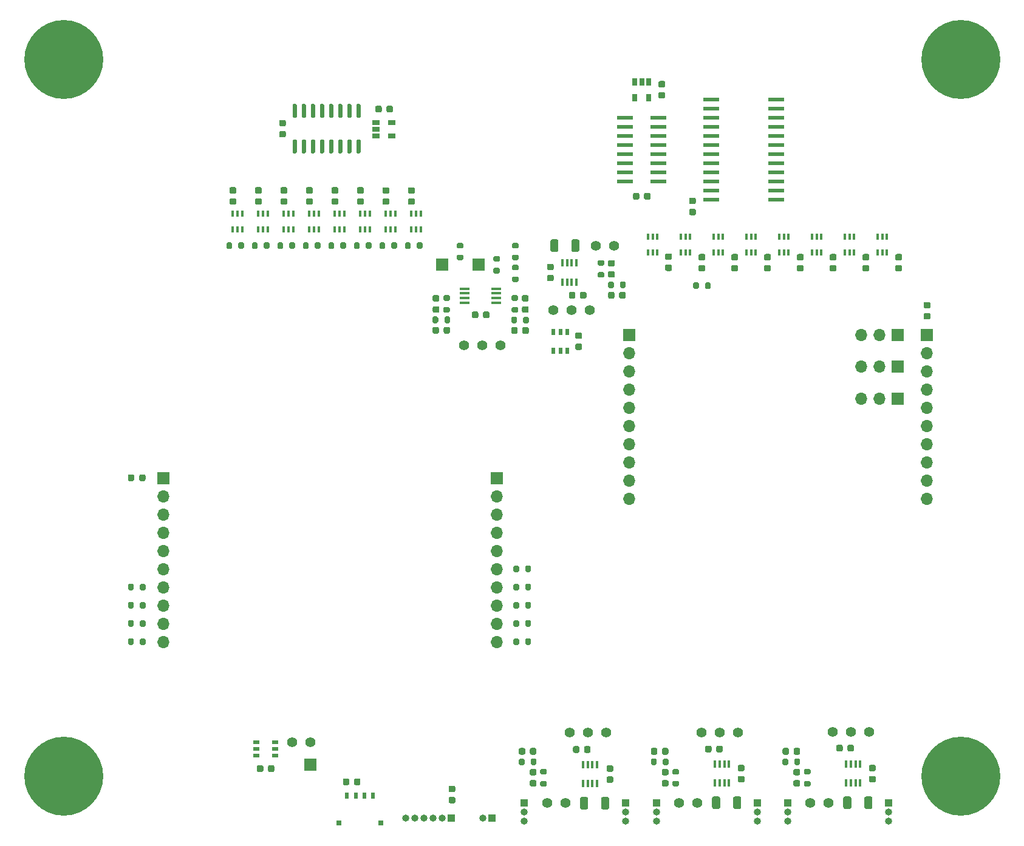
<source format=gbr>
%TF.GenerationSoftware,KiCad,Pcbnew,(5.1.10)-1*%
%TF.CreationDate,2023-07-09T15:29:34-05:00*%
%TF.ProjectId,multiplexer cell tester,6d756c74-6970-46c6-9578-65722063656c,A*%
%TF.SameCoordinates,Original*%
%TF.FileFunction,Soldermask,Top*%
%TF.FilePolarity,Negative*%
%FSLAX46Y46*%
G04 Gerber Fmt 4.6, Leading zero omitted, Abs format (unit mm)*
G04 Created by KiCad (PCBNEW (5.1.10)-1) date 2023-07-09 15:29:34*
%MOMM*%
%LPD*%
G01*
G04 APERTURE LIST*
%ADD10C,11.000000*%
%ADD11R,0.650000X1.060000*%
%ADD12R,1.060000X0.650000*%
%ADD13R,1.450000X0.450000*%
%ADD14C,1.400000*%
%ADD15R,0.876300X0.508000*%
%ADD16R,0.508000X0.876300*%
%ADD17R,1.700000X1.700000*%
%ADD18R,0.457200X1.003300*%
%ADD19R,0.355600X0.876300*%
%ADD20R,2.311400X0.558800*%
%ADD21R,2.184400X0.558800*%
%ADD22O,1.000000X1.000000*%
%ADD23R,1.000000X1.000000*%
%ADD24R,0.600000X0.850000*%
%ADD25R,0.700000X0.800000*%
%ADD26O,1.700000X1.700000*%
G04 APERTURE END LIST*
%TO.C,R8*%
G36*
G01*
X175748500Y-74062000D02*
X175748500Y-73512000D01*
G75*
G02*
X175948500Y-73312000I200000J0D01*
G01*
X176348500Y-73312000D01*
G75*
G02*
X176548500Y-73512000I0J-200000D01*
G01*
X176548500Y-74062000D01*
G75*
G02*
X176348500Y-74262000I-200000J0D01*
G01*
X175948500Y-74262000D01*
G75*
G02*
X175748500Y-74062000I0J200000D01*
G01*
G37*
G36*
G01*
X174098500Y-74062000D02*
X174098500Y-73512000D01*
G75*
G02*
X174298500Y-73312000I200000J0D01*
G01*
X174698500Y-73312000D01*
G75*
G02*
X174898500Y-73512000I0J-200000D01*
G01*
X174898500Y-74062000D01*
G75*
G02*
X174698500Y-74262000I-200000J0D01*
G01*
X174298500Y-74262000D01*
G75*
G02*
X174098500Y-74062000I0J200000D01*
G01*
G37*
%TD*%
D10*
%TO.C,REF\u002A\u002A*%
X86360000Y-42240000D03*
%TD*%
%TO.C,REF\u002A\u002A*%
X211360000Y-42240000D03*
%TD*%
%TO.C,REF\u002A\u002A*%
X211360000Y-142240000D03*
%TD*%
%TO.C,REF\u002A\u002A*%
X86360000Y-142240000D03*
%TD*%
%TO.C,C10*%
G36*
G01*
X130675500Y-48899000D02*
X130675500Y-49399000D01*
G75*
G02*
X130450500Y-49624000I-225000J0D01*
G01*
X130000500Y-49624000D01*
G75*
G02*
X129775500Y-49399000I0J225000D01*
G01*
X129775500Y-48899000D01*
G75*
G02*
X130000500Y-48674000I225000J0D01*
G01*
X130450500Y-48674000D01*
G75*
G02*
X130675500Y-48899000I0J-225000D01*
G01*
G37*
G36*
G01*
X132225500Y-48899000D02*
X132225500Y-49399000D01*
G75*
G02*
X132000500Y-49624000I-225000J0D01*
G01*
X131550500Y-49624000D01*
G75*
G02*
X131325500Y-49399000I0J225000D01*
G01*
X131325500Y-48899000D01*
G75*
G02*
X131550500Y-48674000I225000J0D01*
G01*
X132000500Y-48674000D01*
G75*
G02*
X132225500Y-48899000I0J-225000D01*
G01*
G37*
%TD*%
D11*
%TO.C,U2*%
X167866100Y-47556600D03*
X165966100Y-47556600D03*
X165966100Y-45356600D03*
X166916100Y-45356600D03*
X167866100Y-45356600D03*
%TD*%
D12*
%TO.C,U1*%
X132100500Y-50993000D03*
X132100500Y-52893000D03*
X129900500Y-52893000D03*
X129900500Y-51943000D03*
X129900500Y-50993000D03*
%TD*%
D13*
%TO.C,U23*%
X142262500Y-76159000D03*
X142262500Y-75509000D03*
X142262500Y-74859000D03*
X142262500Y-74209000D03*
X146662500Y-74209000D03*
X146662500Y-74859000D03*
X146662500Y-75509000D03*
X146662500Y-76159000D03*
%TD*%
D14*
%TO.C,TP17*%
X144665700Y-82092800D03*
X147205700Y-82092800D03*
%TD*%
%TO.C,TP16*%
X144665700Y-82092800D03*
X142125700Y-82092800D03*
%TD*%
%TO.C,R28*%
G36*
G01*
X141880000Y-68599500D02*
X141330000Y-68599500D01*
G75*
G02*
X141130000Y-68399500I0J200000D01*
G01*
X141130000Y-67999500D01*
G75*
G02*
X141330000Y-67799500I200000J0D01*
G01*
X141880000Y-67799500D01*
G75*
G02*
X142080000Y-67999500I0J-200000D01*
G01*
X142080000Y-68399500D01*
G75*
G02*
X141880000Y-68599500I-200000J0D01*
G01*
G37*
G36*
G01*
X141880000Y-70249500D02*
X141330000Y-70249500D01*
G75*
G02*
X141130000Y-70049500I0J200000D01*
G01*
X141130000Y-69649500D01*
G75*
G02*
X141330000Y-69449500I200000J0D01*
G01*
X141880000Y-69449500D01*
G75*
G02*
X142080000Y-69649500I0J-200000D01*
G01*
X142080000Y-70049500D01*
G75*
G02*
X141880000Y-70249500I-200000J0D01*
G01*
G37*
%TD*%
%TO.C,R20*%
G36*
G01*
X139975000Y-75902000D02*
X139425000Y-75902000D01*
G75*
G02*
X139225000Y-75702000I0J200000D01*
G01*
X139225000Y-75302000D01*
G75*
G02*
X139425000Y-75102000I200000J0D01*
G01*
X139975000Y-75102000D01*
G75*
G02*
X140175000Y-75302000I0J-200000D01*
G01*
X140175000Y-75702000D01*
G75*
G02*
X139975000Y-75902000I-200000J0D01*
G01*
G37*
G36*
G01*
X139975000Y-77552000D02*
X139425000Y-77552000D01*
G75*
G02*
X139225000Y-77352000I0J200000D01*
G01*
X139225000Y-76952000D01*
G75*
G02*
X139425000Y-76752000I200000J0D01*
G01*
X139975000Y-76752000D01*
G75*
G02*
X140175000Y-76952000I0J-200000D01*
G01*
X140175000Y-77352000D01*
G75*
G02*
X139975000Y-77552000I-200000J0D01*
G01*
G37*
%TD*%
%TO.C,R18*%
G36*
G01*
X138551100Y-78274500D02*
X138551100Y-78824500D01*
G75*
G02*
X138351100Y-79024500I-200000J0D01*
G01*
X137951100Y-79024500D01*
G75*
G02*
X137751100Y-78824500I0J200000D01*
G01*
X137751100Y-78274500D01*
G75*
G02*
X137951100Y-78074500I200000J0D01*
G01*
X138351100Y-78074500D01*
G75*
G02*
X138551100Y-78274500I0J-200000D01*
G01*
G37*
G36*
G01*
X140201100Y-78274500D02*
X140201100Y-78824500D01*
G75*
G02*
X140001100Y-79024500I-200000J0D01*
G01*
X139601100Y-79024500D01*
G75*
G02*
X139401100Y-78824500I0J200000D01*
G01*
X139401100Y-78274500D01*
G75*
G02*
X139601100Y-78074500I200000J0D01*
G01*
X140001100Y-78074500D01*
G75*
G02*
X140201100Y-78274500I0J-200000D01*
G01*
G37*
%TD*%
%TO.C,C30*%
G36*
G01*
X138489500Y-76002000D02*
X137989500Y-76002000D01*
G75*
G02*
X137764500Y-75777000I0J225000D01*
G01*
X137764500Y-75327000D01*
G75*
G02*
X137989500Y-75102000I225000J0D01*
G01*
X138489500Y-75102000D01*
G75*
G02*
X138714500Y-75327000I0J-225000D01*
G01*
X138714500Y-75777000D01*
G75*
G02*
X138489500Y-76002000I-225000J0D01*
G01*
G37*
G36*
G01*
X138489500Y-77552000D02*
X137989500Y-77552000D01*
G75*
G02*
X137764500Y-77327000I0J225000D01*
G01*
X137764500Y-76877000D01*
G75*
G02*
X137989500Y-76652000I225000J0D01*
G01*
X138489500Y-76652000D01*
G75*
G02*
X138714500Y-76877000I0J-225000D01*
G01*
X138714500Y-77327000D01*
G75*
G02*
X138489500Y-77552000I-225000J0D01*
G01*
G37*
%TD*%
%TO.C,C28*%
G36*
G01*
X138651100Y-79760000D02*
X138651100Y-80260000D01*
G75*
G02*
X138426100Y-80485000I-225000J0D01*
G01*
X137976100Y-80485000D01*
G75*
G02*
X137751100Y-80260000I0J225000D01*
G01*
X137751100Y-79760000D01*
G75*
G02*
X137976100Y-79535000I225000J0D01*
G01*
X138426100Y-79535000D01*
G75*
G02*
X138651100Y-79760000I0J-225000D01*
G01*
G37*
G36*
G01*
X140201100Y-79760000D02*
X140201100Y-80260000D01*
G75*
G02*
X139976100Y-80485000I-225000J0D01*
G01*
X139526100Y-80485000D01*
G75*
G02*
X139301100Y-80260000I0J225000D01*
G01*
X139301100Y-79760000D01*
G75*
G02*
X139526100Y-79535000I225000J0D01*
G01*
X139976100Y-79535000D01*
G75*
G02*
X140201100Y-79760000I0J-225000D01*
G01*
G37*
%TD*%
D15*
%TO.C,U28*%
X115804950Y-137479999D03*
X115804950Y-138430000D03*
X115804950Y-139380001D03*
X113176050Y-139380001D03*
X113176050Y-138430000D03*
X113176050Y-137479999D03*
%TD*%
D16*
%TO.C,U27*%
X154624999Y-80219550D03*
X155575000Y-80219550D03*
X156525001Y-80219550D03*
X156525001Y-82848450D03*
X155575000Y-82848450D03*
X154624999Y-82848450D03*
%TD*%
D14*
%TO.C,TP15*%
X120713500Y-137477500D03*
X118173500Y-137477500D03*
%TD*%
D17*
%TO.C,J17*%
X120713500Y-140652500D03*
%TD*%
%TO.C,C51*%
G36*
G01*
X114165500Y-140910500D02*
X114165500Y-141410500D01*
G75*
G02*
X113940500Y-141635500I-225000J0D01*
G01*
X113490500Y-141635500D01*
G75*
G02*
X113265500Y-141410500I0J225000D01*
G01*
X113265500Y-140910500D01*
G75*
G02*
X113490500Y-140685500I225000J0D01*
G01*
X113940500Y-140685500D01*
G75*
G02*
X114165500Y-140910500I0J-225000D01*
G01*
G37*
G36*
G01*
X115715500Y-140910500D02*
X115715500Y-141410500D01*
G75*
G02*
X115490500Y-141635500I-225000J0D01*
G01*
X115040500Y-141635500D01*
G75*
G02*
X114815500Y-141410500I0J225000D01*
G01*
X114815500Y-140910500D01*
G75*
G02*
X115040500Y-140685500I225000J0D01*
G01*
X115490500Y-140685500D01*
G75*
G02*
X115715500Y-140910500I0J-225000D01*
G01*
G37*
%TD*%
D18*
%TO.C,U26*%
X160677499Y-143249650D03*
X160027501Y-143249650D03*
X159377499Y-143249650D03*
X158727501Y-143249650D03*
X158727501Y-140595350D03*
X159377499Y-140595350D03*
X160027501Y-140595350D03*
X160677499Y-140595350D03*
%TD*%
%TO.C,U25*%
X179092499Y-143186150D03*
X178442501Y-143186150D03*
X177792499Y-143186150D03*
X177142501Y-143186150D03*
X177142501Y-140531850D03*
X177792499Y-140531850D03*
X178442501Y-140531850D03*
X179092499Y-140531850D03*
%TD*%
%TO.C,U24*%
X197380499Y-143186150D03*
X196730501Y-143186150D03*
X196080499Y-143186150D03*
X195430501Y-143186150D03*
X195430501Y-140531850D03*
X196080499Y-140531850D03*
X196730501Y-140531850D03*
X197380499Y-140531850D03*
%TD*%
%TO.C,U22*%
X155870001Y-70618350D03*
X156519999Y-70618350D03*
X157170001Y-70618350D03*
X157819999Y-70618350D03*
X157819999Y-73272650D03*
X157170001Y-73272650D03*
X156519999Y-73272650D03*
X155870001Y-73272650D03*
%TD*%
D19*
%TO.C,U21*%
X134795501Y-63722250D03*
X135445500Y-63722250D03*
X136095499Y-63722250D03*
X136095499Y-65944750D03*
X135445500Y-65944750D03*
X134795501Y-65944750D03*
%TD*%
%TO.C,U20*%
X131239501Y-63722250D03*
X131889500Y-63722250D03*
X132539499Y-63722250D03*
X132539499Y-65944750D03*
X131889500Y-65944750D03*
X131239501Y-65944750D03*
%TD*%
%TO.C,U19*%
X127683501Y-63722250D03*
X128333500Y-63722250D03*
X128983499Y-63722250D03*
X128983499Y-65944750D03*
X128333500Y-65944750D03*
X127683501Y-65944750D03*
%TD*%
%TO.C,U18*%
X124127501Y-63722250D03*
X124777500Y-63722250D03*
X125427499Y-63722250D03*
X125427499Y-65944750D03*
X124777500Y-65944750D03*
X124127501Y-65944750D03*
%TD*%
%TO.C,U17*%
X120571501Y-63722250D03*
X121221500Y-63722250D03*
X121871499Y-63722250D03*
X121871499Y-65944750D03*
X121221500Y-65944750D03*
X120571501Y-65944750D03*
%TD*%
%TO.C,U16*%
X117015501Y-63722250D03*
X117665500Y-63722250D03*
X118315499Y-63722250D03*
X118315499Y-65944750D03*
X117665500Y-65944750D03*
X117015501Y-65944750D03*
%TD*%
%TO.C,U15*%
X113459501Y-63722250D03*
X114109500Y-63722250D03*
X114759499Y-63722250D03*
X114759499Y-65944750D03*
X114109500Y-65944750D03*
X113459501Y-65944750D03*
%TD*%
%TO.C,U14*%
X109903501Y-63722250D03*
X110553500Y-63722250D03*
X111203499Y-63722250D03*
X111203499Y-65944750D03*
X110553500Y-65944750D03*
X109903501Y-65944750D03*
%TD*%
%TO.C,U13*%
G36*
G01*
X118704500Y-50379500D02*
X118404500Y-50379500D01*
G75*
G02*
X118254500Y-50229500I0J150000D01*
G01*
X118254500Y-48579500D01*
G75*
G02*
X118404500Y-48429500I150000J0D01*
G01*
X118704500Y-48429500D01*
G75*
G02*
X118854500Y-48579500I0J-150000D01*
G01*
X118854500Y-50229500D01*
G75*
G02*
X118704500Y-50379500I-150000J0D01*
G01*
G37*
G36*
G01*
X119974500Y-50379500D02*
X119674500Y-50379500D01*
G75*
G02*
X119524500Y-50229500I0J150000D01*
G01*
X119524500Y-48579500D01*
G75*
G02*
X119674500Y-48429500I150000J0D01*
G01*
X119974500Y-48429500D01*
G75*
G02*
X120124500Y-48579500I0J-150000D01*
G01*
X120124500Y-50229500D01*
G75*
G02*
X119974500Y-50379500I-150000J0D01*
G01*
G37*
G36*
G01*
X121244500Y-50379500D02*
X120944500Y-50379500D01*
G75*
G02*
X120794500Y-50229500I0J150000D01*
G01*
X120794500Y-48579500D01*
G75*
G02*
X120944500Y-48429500I150000J0D01*
G01*
X121244500Y-48429500D01*
G75*
G02*
X121394500Y-48579500I0J-150000D01*
G01*
X121394500Y-50229500D01*
G75*
G02*
X121244500Y-50379500I-150000J0D01*
G01*
G37*
G36*
G01*
X122514500Y-50379500D02*
X122214500Y-50379500D01*
G75*
G02*
X122064500Y-50229500I0J150000D01*
G01*
X122064500Y-48579500D01*
G75*
G02*
X122214500Y-48429500I150000J0D01*
G01*
X122514500Y-48429500D01*
G75*
G02*
X122664500Y-48579500I0J-150000D01*
G01*
X122664500Y-50229500D01*
G75*
G02*
X122514500Y-50379500I-150000J0D01*
G01*
G37*
G36*
G01*
X123784500Y-50379500D02*
X123484500Y-50379500D01*
G75*
G02*
X123334500Y-50229500I0J150000D01*
G01*
X123334500Y-48579500D01*
G75*
G02*
X123484500Y-48429500I150000J0D01*
G01*
X123784500Y-48429500D01*
G75*
G02*
X123934500Y-48579500I0J-150000D01*
G01*
X123934500Y-50229500D01*
G75*
G02*
X123784500Y-50379500I-150000J0D01*
G01*
G37*
G36*
G01*
X125054500Y-50379500D02*
X124754500Y-50379500D01*
G75*
G02*
X124604500Y-50229500I0J150000D01*
G01*
X124604500Y-48579500D01*
G75*
G02*
X124754500Y-48429500I150000J0D01*
G01*
X125054500Y-48429500D01*
G75*
G02*
X125204500Y-48579500I0J-150000D01*
G01*
X125204500Y-50229500D01*
G75*
G02*
X125054500Y-50379500I-150000J0D01*
G01*
G37*
G36*
G01*
X126324500Y-50379500D02*
X126024500Y-50379500D01*
G75*
G02*
X125874500Y-50229500I0J150000D01*
G01*
X125874500Y-48579500D01*
G75*
G02*
X126024500Y-48429500I150000J0D01*
G01*
X126324500Y-48429500D01*
G75*
G02*
X126474500Y-48579500I0J-150000D01*
G01*
X126474500Y-50229500D01*
G75*
G02*
X126324500Y-50379500I-150000J0D01*
G01*
G37*
G36*
G01*
X127594500Y-50379500D02*
X127294500Y-50379500D01*
G75*
G02*
X127144500Y-50229500I0J150000D01*
G01*
X127144500Y-48579500D01*
G75*
G02*
X127294500Y-48429500I150000J0D01*
G01*
X127594500Y-48429500D01*
G75*
G02*
X127744500Y-48579500I0J-150000D01*
G01*
X127744500Y-50229500D01*
G75*
G02*
X127594500Y-50379500I-150000J0D01*
G01*
G37*
G36*
G01*
X127594500Y-55329500D02*
X127294500Y-55329500D01*
G75*
G02*
X127144500Y-55179500I0J150000D01*
G01*
X127144500Y-53529500D01*
G75*
G02*
X127294500Y-53379500I150000J0D01*
G01*
X127594500Y-53379500D01*
G75*
G02*
X127744500Y-53529500I0J-150000D01*
G01*
X127744500Y-55179500D01*
G75*
G02*
X127594500Y-55329500I-150000J0D01*
G01*
G37*
G36*
G01*
X126324500Y-55329500D02*
X126024500Y-55329500D01*
G75*
G02*
X125874500Y-55179500I0J150000D01*
G01*
X125874500Y-53529500D01*
G75*
G02*
X126024500Y-53379500I150000J0D01*
G01*
X126324500Y-53379500D01*
G75*
G02*
X126474500Y-53529500I0J-150000D01*
G01*
X126474500Y-55179500D01*
G75*
G02*
X126324500Y-55329500I-150000J0D01*
G01*
G37*
G36*
G01*
X125054500Y-55329500D02*
X124754500Y-55329500D01*
G75*
G02*
X124604500Y-55179500I0J150000D01*
G01*
X124604500Y-53529500D01*
G75*
G02*
X124754500Y-53379500I150000J0D01*
G01*
X125054500Y-53379500D01*
G75*
G02*
X125204500Y-53529500I0J-150000D01*
G01*
X125204500Y-55179500D01*
G75*
G02*
X125054500Y-55329500I-150000J0D01*
G01*
G37*
G36*
G01*
X123784500Y-55329500D02*
X123484500Y-55329500D01*
G75*
G02*
X123334500Y-55179500I0J150000D01*
G01*
X123334500Y-53529500D01*
G75*
G02*
X123484500Y-53379500I150000J0D01*
G01*
X123784500Y-53379500D01*
G75*
G02*
X123934500Y-53529500I0J-150000D01*
G01*
X123934500Y-55179500D01*
G75*
G02*
X123784500Y-55329500I-150000J0D01*
G01*
G37*
G36*
G01*
X122514500Y-55329500D02*
X122214500Y-55329500D01*
G75*
G02*
X122064500Y-55179500I0J150000D01*
G01*
X122064500Y-53529500D01*
G75*
G02*
X122214500Y-53379500I150000J0D01*
G01*
X122514500Y-53379500D01*
G75*
G02*
X122664500Y-53529500I0J-150000D01*
G01*
X122664500Y-55179500D01*
G75*
G02*
X122514500Y-55329500I-150000J0D01*
G01*
G37*
G36*
G01*
X121244500Y-55329500D02*
X120944500Y-55329500D01*
G75*
G02*
X120794500Y-55179500I0J150000D01*
G01*
X120794500Y-53529500D01*
G75*
G02*
X120944500Y-53379500I150000J0D01*
G01*
X121244500Y-53379500D01*
G75*
G02*
X121394500Y-53529500I0J-150000D01*
G01*
X121394500Y-55179500D01*
G75*
G02*
X121244500Y-55329500I-150000J0D01*
G01*
G37*
G36*
G01*
X119974500Y-55329500D02*
X119674500Y-55329500D01*
G75*
G02*
X119524500Y-55179500I0J150000D01*
G01*
X119524500Y-53529500D01*
G75*
G02*
X119674500Y-53379500I150000J0D01*
G01*
X119974500Y-53379500D01*
G75*
G02*
X120124500Y-53529500I0J-150000D01*
G01*
X120124500Y-55179500D01*
G75*
G02*
X119974500Y-55329500I-150000J0D01*
G01*
G37*
G36*
G01*
X118704500Y-55329500D02*
X118404500Y-55329500D01*
G75*
G02*
X118254500Y-55179500I0J150000D01*
G01*
X118254500Y-53529500D01*
G75*
G02*
X118404500Y-53379500I150000J0D01*
G01*
X118704500Y-53379500D01*
G75*
G02*
X118854500Y-53529500I0J-150000D01*
G01*
X118854500Y-55179500D01*
G75*
G02*
X118704500Y-55329500I-150000J0D01*
G01*
G37*
%TD*%
%TO.C,U12*%
X169090099Y-69157850D03*
X168440100Y-69157850D03*
X167790101Y-69157850D03*
X167790101Y-66935350D03*
X168440100Y-66935350D03*
X169090099Y-66935350D03*
%TD*%
%TO.C,U11*%
X173662099Y-69157850D03*
X173012100Y-69157850D03*
X172362101Y-69157850D03*
X172362101Y-66935350D03*
X173012100Y-66935350D03*
X173662099Y-66935350D03*
%TD*%
%TO.C,U10*%
X201094099Y-69157850D03*
X200444100Y-69157850D03*
X199794101Y-69157850D03*
X199794101Y-66935350D03*
X200444100Y-66935350D03*
X201094099Y-66935350D03*
%TD*%
%TO.C,U9*%
X196522099Y-69157850D03*
X195872100Y-69157850D03*
X195222101Y-69157850D03*
X195222101Y-66935350D03*
X195872100Y-66935350D03*
X196522099Y-66935350D03*
%TD*%
%TO.C,U8*%
X191950099Y-69157850D03*
X191300100Y-69157850D03*
X190650101Y-69157850D03*
X190650101Y-66935350D03*
X191300100Y-66935350D03*
X191950099Y-66935350D03*
%TD*%
%TO.C,U7*%
X182806099Y-69157850D03*
X182156100Y-69157850D03*
X181506101Y-69157850D03*
X181506101Y-66935350D03*
X182156100Y-66935350D03*
X182806099Y-66935350D03*
%TD*%
%TO.C,U6*%
X187378099Y-69157850D03*
X186728100Y-69157850D03*
X186078101Y-69157850D03*
X186078101Y-66935350D03*
X186728100Y-66935350D03*
X187378099Y-66935350D03*
%TD*%
%TO.C,U5*%
X178234099Y-69157850D03*
X177584100Y-69157850D03*
X176934101Y-69157850D03*
X176934101Y-66935350D03*
X177584100Y-66935350D03*
X178234099Y-66935350D03*
%TD*%
D20*
%TO.C,U4*%
X176618900Y-61823600D03*
X176618900Y-60553600D03*
X176618900Y-59283600D03*
X176618900Y-58013600D03*
X176618900Y-56743600D03*
X176618900Y-55473600D03*
X176618900Y-54203600D03*
X176618900Y-52933600D03*
X176618900Y-51663600D03*
X176618900Y-50393600D03*
X176618900Y-49123600D03*
X176618900Y-47853600D03*
X185661300Y-47853600D03*
X185661300Y-49123600D03*
X185661300Y-50393600D03*
X185661300Y-51663600D03*
X185661300Y-52933600D03*
X185661300Y-54203600D03*
X185661300Y-55473600D03*
X185661300Y-56743600D03*
X185661300Y-58013600D03*
X185661300Y-59283600D03*
X185661300Y-60553600D03*
X185661300Y-61823600D03*
%TD*%
D21*
%TO.C,U3*%
X164553900Y-59283600D03*
X164553900Y-58013600D03*
X164553900Y-56743600D03*
X164553900Y-55473600D03*
X164553900Y-54203600D03*
X164553900Y-52933600D03*
X164553900Y-51663600D03*
X164553900Y-50393600D03*
X169278300Y-50393600D03*
X169278300Y-51663600D03*
X169278300Y-52933600D03*
X169278300Y-54203600D03*
X169278300Y-55473600D03*
X169278300Y-56743600D03*
X169278300Y-58013600D03*
X169278300Y-59283600D03*
%TD*%
D14*
%TO.C,TP14*%
X156897100Y-136107100D03*
X159437100Y-136107100D03*
%TD*%
%TO.C,TP13*%
X161977100Y-136107100D03*
X159437100Y-136107100D03*
%TD*%
%TO.C,TP12*%
X175274900Y-136107400D03*
X177814900Y-136107400D03*
%TD*%
%TO.C,TP11*%
X180354900Y-136107400D03*
X177814900Y-136107400D03*
%TD*%
%TO.C,TP10*%
X193514100Y-136053600D03*
X196054100Y-136053600D03*
%TD*%
%TO.C,TP9*%
X198594100Y-136053600D03*
X196054100Y-136053600D03*
%TD*%
%TO.C,TP8*%
X156273500Y-145986500D03*
X153733500Y-145986500D03*
%TD*%
%TO.C,TP7*%
X174688500Y-145923000D03*
X172148500Y-145923000D03*
%TD*%
%TO.C,TP6*%
X192976500Y-145923000D03*
X190436500Y-145923000D03*
%TD*%
%TO.C,TP5*%
X159702500Y-77216000D03*
X157162500Y-77216000D03*
%TD*%
%TO.C,TP4*%
X154622500Y-77216000D03*
X157162500Y-77216000D03*
%TD*%
D17*
%TO.C,TP3*%
X139065000Y-70866000D03*
%TD*%
%TO.C,TP2*%
X144145000Y-70866000D03*
%TD*%
D14*
%TO.C,TP1*%
X160528000Y-68199000D03*
X163068000Y-68199000D03*
%TD*%
%TO.C,R40*%
G36*
G01*
X96095000Y-123169000D02*
X96095000Y-123719000D01*
G75*
G02*
X95895000Y-123919000I-200000J0D01*
G01*
X95495000Y-123919000D01*
G75*
G02*
X95295000Y-123719000I0J200000D01*
G01*
X95295000Y-123169000D01*
G75*
G02*
X95495000Y-122969000I200000J0D01*
G01*
X95895000Y-122969000D01*
G75*
G02*
X96095000Y-123169000I0J-200000D01*
G01*
G37*
G36*
G01*
X97745000Y-123169000D02*
X97745000Y-123719000D01*
G75*
G02*
X97545000Y-123919000I-200000J0D01*
G01*
X97145000Y-123919000D01*
G75*
G02*
X96945000Y-123719000I0J200000D01*
G01*
X96945000Y-123169000D01*
G75*
G02*
X97145000Y-122969000I200000J0D01*
G01*
X97545000Y-122969000D01*
G75*
G02*
X97745000Y-123169000I0J-200000D01*
G01*
G37*
%TD*%
%TO.C,R39*%
G36*
G01*
X96095000Y-120629000D02*
X96095000Y-121179000D01*
G75*
G02*
X95895000Y-121379000I-200000J0D01*
G01*
X95495000Y-121379000D01*
G75*
G02*
X95295000Y-121179000I0J200000D01*
G01*
X95295000Y-120629000D01*
G75*
G02*
X95495000Y-120429000I200000J0D01*
G01*
X95895000Y-120429000D01*
G75*
G02*
X96095000Y-120629000I0J-200000D01*
G01*
G37*
G36*
G01*
X97745000Y-120629000D02*
X97745000Y-121179000D01*
G75*
G02*
X97545000Y-121379000I-200000J0D01*
G01*
X97145000Y-121379000D01*
G75*
G02*
X96945000Y-121179000I0J200000D01*
G01*
X96945000Y-120629000D01*
G75*
G02*
X97145000Y-120429000I200000J0D01*
G01*
X97545000Y-120429000D01*
G75*
G02*
X97745000Y-120629000I0J-200000D01*
G01*
G37*
%TD*%
%TO.C,R38*%
G36*
G01*
X159437500Y-145361498D02*
X159437500Y-146611502D01*
G75*
G02*
X159187502Y-146861500I-249998J0D01*
G01*
X158562498Y-146861500D01*
G75*
G02*
X158312500Y-146611502I0J249998D01*
G01*
X158312500Y-145361498D01*
G75*
G02*
X158562498Y-145111500I249998J0D01*
G01*
X159187502Y-145111500D01*
G75*
G02*
X159437500Y-145361498I0J-249998D01*
G01*
G37*
G36*
G01*
X162362500Y-145361498D02*
X162362500Y-146611502D01*
G75*
G02*
X162112502Y-146861500I-249998J0D01*
G01*
X161487498Y-146861500D01*
G75*
G02*
X161237500Y-146611502I0J249998D01*
G01*
X161237500Y-145361498D01*
G75*
G02*
X161487498Y-145111500I249998J0D01*
G01*
X162112502Y-145111500D01*
G75*
G02*
X162362500Y-145361498I0J-249998D01*
G01*
G37*
%TD*%
%TO.C,R37*%
G36*
G01*
X177852500Y-145297998D02*
X177852500Y-146548002D01*
G75*
G02*
X177602502Y-146798000I-249998J0D01*
G01*
X176977498Y-146798000D01*
G75*
G02*
X176727500Y-146548002I0J249998D01*
G01*
X176727500Y-145297998D01*
G75*
G02*
X176977498Y-145048000I249998J0D01*
G01*
X177602502Y-145048000D01*
G75*
G02*
X177852500Y-145297998I0J-249998D01*
G01*
G37*
G36*
G01*
X180777500Y-145297998D02*
X180777500Y-146548002D01*
G75*
G02*
X180527502Y-146798000I-249998J0D01*
G01*
X179902498Y-146798000D01*
G75*
G02*
X179652500Y-146548002I0J249998D01*
G01*
X179652500Y-145297998D01*
G75*
G02*
X179902498Y-145048000I249998J0D01*
G01*
X180527502Y-145048000D01*
G75*
G02*
X180777500Y-145297998I0J-249998D01*
G01*
G37*
%TD*%
%TO.C,R36*%
G36*
G01*
X196140500Y-145297998D02*
X196140500Y-146548002D01*
G75*
G02*
X195890502Y-146798000I-249998J0D01*
G01*
X195265498Y-146798000D01*
G75*
G02*
X195015500Y-146548002I0J249998D01*
G01*
X195015500Y-145297998D01*
G75*
G02*
X195265498Y-145048000I249998J0D01*
G01*
X195890502Y-145048000D01*
G75*
G02*
X196140500Y-145297998I0J-249998D01*
G01*
G37*
G36*
G01*
X199065500Y-145297998D02*
X199065500Y-146548002D01*
G75*
G02*
X198815502Y-146798000I-249998J0D01*
G01*
X198190498Y-146798000D01*
G75*
G02*
X197940500Y-146548002I0J249998D01*
G01*
X197940500Y-145297998D01*
G75*
G02*
X198190498Y-145048000I249998J0D01*
G01*
X198815502Y-145048000D01*
G75*
G02*
X199065500Y-145297998I0J-249998D01*
G01*
G37*
%TD*%
%TO.C,R35*%
G36*
G01*
X152950500Y-142855500D02*
X153500500Y-142855500D01*
G75*
G02*
X153700500Y-143055500I0J-200000D01*
G01*
X153700500Y-143455500D01*
G75*
G02*
X153500500Y-143655500I-200000J0D01*
G01*
X152950500Y-143655500D01*
G75*
G02*
X152750500Y-143455500I0J200000D01*
G01*
X152750500Y-143055500D01*
G75*
G02*
X152950500Y-142855500I200000J0D01*
G01*
G37*
G36*
G01*
X152950500Y-141205500D02*
X153500500Y-141205500D01*
G75*
G02*
X153700500Y-141405500I0J-200000D01*
G01*
X153700500Y-141805500D01*
G75*
G02*
X153500500Y-142005500I-200000J0D01*
G01*
X152950500Y-142005500D01*
G75*
G02*
X152750500Y-141805500I0J200000D01*
G01*
X152750500Y-141405500D01*
G75*
G02*
X152950500Y-141205500I200000J0D01*
G01*
G37*
%TD*%
%TO.C,R34*%
G36*
G01*
X171365500Y-142855500D02*
X171915500Y-142855500D01*
G75*
G02*
X172115500Y-143055500I0J-200000D01*
G01*
X172115500Y-143455500D01*
G75*
G02*
X171915500Y-143655500I-200000J0D01*
G01*
X171365500Y-143655500D01*
G75*
G02*
X171165500Y-143455500I0J200000D01*
G01*
X171165500Y-143055500D01*
G75*
G02*
X171365500Y-142855500I200000J0D01*
G01*
G37*
G36*
G01*
X171365500Y-141205500D02*
X171915500Y-141205500D01*
G75*
G02*
X172115500Y-141405500I0J-200000D01*
G01*
X172115500Y-141805500D01*
G75*
G02*
X171915500Y-142005500I-200000J0D01*
G01*
X171365500Y-142005500D01*
G75*
G02*
X171165500Y-141805500I0J200000D01*
G01*
X171165500Y-141405500D01*
G75*
G02*
X171365500Y-141205500I200000J0D01*
G01*
G37*
%TD*%
%TO.C,R33*%
G36*
G01*
X189717000Y-142855500D02*
X190267000Y-142855500D01*
G75*
G02*
X190467000Y-143055500I0J-200000D01*
G01*
X190467000Y-143455500D01*
G75*
G02*
X190267000Y-143655500I-200000J0D01*
G01*
X189717000Y-143655500D01*
G75*
G02*
X189517000Y-143455500I0J200000D01*
G01*
X189517000Y-143055500D01*
G75*
G02*
X189717000Y-142855500I200000J0D01*
G01*
G37*
G36*
G01*
X189717000Y-141205500D02*
X190267000Y-141205500D01*
G75*
G02*
X190467000Y-141405500I0J-200000D01*
G01*
X190467000Y-141805500D01*
G75*
G02*
X190267000Y-142005500I-200000J0D01*
G01*
X189717000Y-142005500D01*
G75*
G02*
X189517000Y-141805500I0J200000D01*
G01*
X189517000Y-141405500D01*
G75*
G02*
X189717000Y-141205500I200000J0D01*
G01*
G37*
%TD*%
%TO.C,R31*%
G36*
G01*
X151428000Y-140483000D02*
X151428000Y-139933000D01*
G75*
G02*
X151628000Y-139733000I200000J0D01*
G01*
X152028000Y-139733000D01*
G75*
G02*
X152228000Y-139933000I0J-200000D01*
G01*
X152228000Y-140483000D01*
G75*
G02*
X152028000Y-140683000I-200000J0D01*
G01*
X151628000Y-140683000D01*
G75*
G02*
X151428000Y-140483000I0J200000D01*
G01*
G37*
G36*
G01*
X149778000Y-140483000D02*
X149778000Y-139933000D01*
G75*
G02*
X149978000Y-139733000I200000J0D01*
G01*
X150378000Y-139733000D01*
G75*
G02*
X150578000Y-139933000I0J-200000D01*
G01*
X150578000Y-140483000D01*
G75*
G02*
X150378000Y-140683000I-200000J0D01*
G01*
X149978000Y-140683000D01*
G75*
G02*
X149778000Y-140483000I0J200000D01*
G01*
G37*
%TD*%
%TO.C,R29*%
G36*
G01*
X169843000Y-140483000D02*
X169843000Y-139933000D01*
G75*
G02*
X170043000Y-139733000I200000J0D01*
G01*
X170443000Y-139733000D01*
G75*
G02*
X170643000Y-139933000I0J-200000D01*
G01*
X170643000Y-140483000D01*
G75*
G02*
X170443000Y-140683000I-200000J0D01*
G01*
X170043000Y-140683000D01*
G75*
G02*
X169843000Y-140483000I0J200000D01*
G01*
G37*
G36*
G01*
X168193000Y-140483000D02*
X168193000Y-139933000D01*
G75*
G02*
X168393000Y-139733000I200000J0D01*
G01*
X168793000Y-139733000D01*
G75*
G02*
X168993000Y-139933000I0J-200000D01*
G01*
X168993000Y-140483000D01*
G75*
G02*
X168793000Y-140683000I-200000J0D01*
G01*
X168393000Y-140683000D01*
G75*
G02*
X168193000Y-140483000I0J200000D01*
G01*
G37*
%TD*%
%TO.C,R27*%
G36*
G01*
X188194500Y-140483000D02*
X188194500Y-139933000D01*
G75*
G02*
X188394500Y-139733000I200000J0D01*
G01*
X188794500Y-139733000D01*
G75*
G02*
X188994500Y-139933000I0J-200000D01*
G01*
X188994500Y-140483000D01*
G75*
G02*
X188794500Y-140683000I-200000J0D01*
G01*
X188394500Y-140683000D01*
G75*
G02*
X188194500Y-140483000I0J200000D01*
G01*
G37*
G36*
G01*
X186544500Y-140483000D02*
X186544500Y-139933000D01*
G75*
G02*
X186744500Y-139733000I200000J0D01*
G01*
X187144500Y-139733000D01*
G75*
G02*
X187344500Y-139933000I0J-200000D01*
G01*
X187344500Y-140483000D01*
G75*
G02*
X187144500Y-140683000I-200000J0D01*
G01*
X186744500Y-140683000D01*
G75*
G02*
X186544500Y-140483000I0J200000D01*
G01*
G37*
%TD*%
%TO.C,R26*%
G36*
G01*
X149563500Y-71647500D02*
X149013500Y-71647500D01*
G75*
G02*
X148813500Y-71447500I0J200000D01*
G01*
X148813500Y-71047500D01*
G75*
G02*
X149013500Y-70847500I200000J0D01*
G01*
X149563500Y-70847500D01*
G75*
G02*
X149763500Y-71047500I0J-200000D01*
G01*
X149763500Y-71447500D01*
G75*
G02*
X149563500Y-71647500I-200000J0D01*
G01*
G37*
G36*
G01*
X149563500Y-73297500D02*
X149013500Y-73297500D01*
G75*
G02*
X148813500Y-73097500I0J200000D01*
G01*
X148813500Y-72697500D01*
G75*
G02*
X149013500Y-72497500I200000J0D01*
G01*
X149563500Y-72497500D01*
G75*
G02*
X149763500Y-72697500I0J-200000D01*
G01*
X149763500Y-73097500D01*
G75*
G02*
X149563500Y-73297500I-200000J0D01*
G01*
G37*
%TD*%
%TO.C,R25*%
G36*
G01*
X149563500Y-68599500D02*
X149013500Y-68599500D01*
G75*
G02*
X148813500Y-68399500I0J200000D01*
G01*
X148813500Y-67999500D01*
G75*
G02*
X149013500Y-67799500I200000J0D01*
G01*
X149563500Y-67799500D01*
G75*
G02*
X149763500Y-67999500I0J-200000D01*
G01*
X149763500Y-68399500D01*
G75*
G02*
X149563500Y-68599500I-200000J0D01*
G01*
G37*
G36*
G01*
X149563500Y-70249500D02*
X149013500Y-70249500D01*
G75*
G02*
X148813500Y-70049500I0J200000D01*
G01*
X148813500Y-69649500D01*
G75*
G02*
X149013500Y-69449500I200000J0D01*
G01*
X149563500Y-69449500D01*
G75*
G02*
X149763500Y-69649500I0J-200000D01*
G01*
X149763500Y-70049500D01*
G75*
G02*
X149563500Y-70249500I-200000J0D01*
G01*
G37*
%TD*%
%TO.C,R24*%
G36*
G01*
X146960000Y-70441000D02*
X146410000Y-70441000D01*
G75*
G02*
X146210000Y-70241000I0J200000D01*
G01*
X146210000Y-69841000D01*
G75*
G02*
X146410000Y-69641000I200000J0D01*
G01*
X146960000Y-69641000D01*
G75*
G02*
X147160000Y-69841000I0J-200000D01*
G01*
X147160000Y-70241000D01*
G75*
G02*
X146960000Y-70441000I-200000J0D01*
G01*
G37*
G36*
G01*
X146960000Y-72091000D02*
X146410000Y-72091000D01*
G75*
G02*
X146210000Y-71891000I0J200000D01*
G01*
X146210000Y-71491000D01*
G75*
G02*
X146410000Y-71291000I200000J0D01*
G01*
X146960000Y-71291000D01*
G75*
G02*
X147160000Y-71491000I0J-200000D01*
G01*
X147160000Y-71891000D01*
G75*
G02*
X146960000Y-72091000I-200000J0D01*
G01*
G37*
%TD*%
%TO.C,R23*%
G36*
G01*
X157110000Y-68824002D02*
X157110000Y-67573998D01*
G75*
G02*
X157359998Y-67324000I249998J0D01*
G01*
X157985002Y-67324000D01*
G75*
G02*
X158235000Y-67573998I0J-249998D01*
G01*
X158235000Y-68824002D01*
G75*
G02*
X157985002Y-69074000I-249998J0D01*
G01*
X157359998Y-69074000D01*
G75*
G02*
X157110000Y-68824002I0J249998D01*
G01*
G37*
G36*
G01*
X154185000Y-68824002D02*
X154185000Y-67573998D01*
G75*
G02*
X154434998Y-67324000I249998J0D01*
G01*
X155060002Y-67324000D01*
G75*
G02*
X155310000Y-67573998I0J-249998D01*
G01*
X155310000Y-68824002D01*
G75*
G02*
X155060002Y-69074000I-249998J0D01*
G01*
X154434998Y-69074000D01*
G75*
G02*
X154185000Y-68824002I0J249998D01*
G01*
G37*
%TD*%
%TO.C,R22*%
G36*
G01*
X149500000Y-75902000D02*
X148950000Y-75902000D01*
G75*
G02*
X148750000Y-75702000I0J200000D01*
G01*
X148750000Y-75302000D01*
G75*
G02*
X148950000Y-75102000I200000J0D01*
G01*
X149500000Y-75102000D01*
G75*
G02*
X149700000Y-75302000I0J-200000D01*
G01*
X149700000Y-75702000D01*
G75*
G02*
X149500000Y-75902000I-200000J0D01*
G01*
G37*
G36*
G01*
X149500000Y-77552000D02*
X148950000Y-77552000D01*
G75*
G02*
X148750000Y-77352000I0J200000D01*
G01*
X148750000Y-76952000D01*
G75*
G02*
X148950000Y-76752000I200000J0D01*
G01*
X149500000Y-76752000D01*
G75*
G02*
X149700000Y-76952000I0J-200000D01*
G01*
X149700000Y-77352000D01*
G75*
G02*
X149500000Y-77552000I-200000J0D01*
G01*
G37*
%TD*%
%TO.C,R21*%
G36*
G01*
X161501500Y-71012000D02*
X160951500Y-71012000D01*
G75*
G02*
X160751500Y-70812000I0J200000D01*
G01*
X160751500Y-70412000D01*
G75*
G02*
X160951500Y-70212000I200000J0D01*
G01*
X161501500Y-70212000D01*
G75*
G02*
X161701500Y-70412000I0J-200000D01*
G01*
X161701500Y-70812000D01*
G75*
G02*
X161501500Y-71012000I-200000J0D01*
G01*
G37*
G36*
G01*
X161501500Y-72662000D02*
X160951500Y-72662000D01*
G75*
G02*
X160751500Y-72462000I0J200000D01*
G01*
X160751500Y-72062000D01*
G75*
G02*
X160951500Y-71862000I200000J0D01*
G01*
X161501500Y-71862000D01*
G75*
G02*
X161701500Y-72062000I0J-200000D01*
G01*
X161701500Y-72462000D01*
G75*
G02*
X161501500Y-72662000I-200000J0D01*
G01*
G37*
%TD*%
%TO.C,R19*%
G36*
G01*
X149523900Y-78287200D02*
X149523900Y-78837200D01*
G75*
G02*
X149323900Y-79037200I-200000J0D01*
G01*
X148923900Y-79037200D01*
G75*
G02*
X148723900Y-78837200I0J200000D01*
G01*
X148723900Y-78287200D01*
G75*
G02*
X148923900Y-78087200I200000J0D01*
G01*
X149323900Y-78087200D01*
G75*
G02*
X149523900Y-78287200I0J-200000D01*
G01*
G37*
G36*
G01*
X151173900Y-78287200D02*
X151173900Y-78837200D01*
G75*
G02*
X150973900Y-79037200I-200000J0D01*
G01*
X150573900Y-79037200D01*
G75*
G02*
X150373900Y-78837200I0J200000D01*
G01*
X150373900Y-78287200D01*
G75*
G02*
X150573900Y-78087200I200000J0D01*
G01*
X150973900Y-78087200D01*
G75*
G02*
X151173900Y-78287200I0J-200000D01*
G01*
G37*
%TD*%
%TO.C,R17*%
G36*
G01*
X163024000Y-73385000D02*
X163024000Y-73935000D01*
G75*
G02*
X162824000Y-74135000I-200000J0D01*
G01*
X162424000Y-74135000D01*
G75*
G02*
X162224000Y-73935000I0J200000D01*
G01*
X162224000Y-73385000D01*
G75*
G02*
X162424000Y-73185000I200000J0D01*
G01*
X162824000Y-73185000D01*
G75*
G02*
X163024000Y-73385000I0J-200000D01*
G01*
G37*
G36*
G01*
X164674000Y-73385000D02*
X164674000Y-73935000D01*
G75*
G02*
X164474000Y-74135000I-200000J0D01*
G01*
X164074000Y-74135000D01*
G75*
G02*
X163874000Y-73935000I0J200000D01*
G01*
X163874000Y-73385000D01*
G75*
G02*
X164074000Y-73185000I200000J0D01*
G01*
X164474000Y-73185000D01*
G75*
G02*
X164674000Y-73385000I0J-200000D01*
G01*
G37*
%TD*%
%TO.C,R16*%
G36*
G01*
X134703000Y-67924000D02*
X134703000Y-68474000D01*
G75*
G02*
X134503000Y-68674000I-200000J0D01*
G01*
X134103000Y-68674000D01*
G75*
G02*
X133903000Y-68474000I0J200000D01*
G01*
X133903000Y-67924000D01*
G75*
G02*
X134103000Y-67724000I200000J0D01*
G01*
X134503000Y-67724000D01*
G75*
G02*
X134703000Y-67924000I0J-200000D01*
G01*
G37*
G36*
G01*
X136353000Y-67924000D02*
X136353000Y-68474000D01*
G75*
G02*
X136153000Y-68674000I-200000J0D01*
G01*
X135753000Y-68674000D01*
G75*
G02*
X135553000Y-68474000I0J200000D01*
G01*
X135553000Y-67924000D01*
G75*
G02*
X135753000Y-67724000I200000J0D01*
G01*
X136153000Y-67724000D01*
G75*
G02*
X136353000Y-67924000I0J-200000D01*
G01*
G37*
%TD*%
%TO.C,R15*%
G36*
G01*
X131147000Y-67924000D02*
X131147000Y-68474000D01*
G75*
G02*
X130947000Y-68674000I-200000J0D01*
G01*
X130547000Y-68674000D01*
G75*
G02*
X130347000Y-68474000I0J200000D01*
G01*
X130347000Y-67924000D01*
G75*
G02*
X130547000Y-67724000I200000J0D01*
G01*
X130947000Y-67724000D01*
G75*
G02*
X131147000Y-67924000I0J-200000D01*
G01*
G37*
G36*
G01*
X132797000Y-67924000D02*
X132797000Y-68474000D01*
G75*
G02*
X132597000Y-68674000I-200000J0D01*
G01*
X132197000Y-68674000D01*
G75*
G02*
X131997000Y-68474000I0J200000D01*
G01*
X131997000Y-67924000D01*
G75*
G02*
X132197000Y-67724000I200000J0D01*
G01*
X132597000Y-67724000D01*
G75*
G02*
X132797000Y-67924000I0J-200000D01*
G01*
G37*
%TD*%
%TO.C,R14*%
G36*
G01*
X127591000Y-67924000D02*
X127591000Y-68474000D01*
G75*
G02*
X127391000Y-68674000I-200000J0D01*
G01*
X126991000Y-68674000D01*
G75*
G02*
X126791000Y-68474000I0J200000D01*
G01*
X126791000Y-67924000D01*
G75*
G02*
X126991000Y-67724000I200000J0D01*
G01*
X127391000Y-67724000D01*
G75*
G02*
X127591000Y-67924000I0J-200000D01*
G01*
G37*
G36*
G01*
X129241000Y-67924000D02*
X129241000Y-68474000D01*
G75*
G02*
X129041000Y-68674000I-200000J0D01*
G01*
X128641000Y-68674000D01*
G75*
G02*
X128441000Y-68474000I0J200000D01*
G01*
X128441000Y-67924000D01*
G75*
G02*
X128641000Y-67724000I200000J0D01*
G01*
X129041000Y-67724000D01*
G75*
G02*
X129241000Y-67924000I0J-200000D01*
G01*
G37*
%TD*%
%TO.C,R13*%
G36*
G01*
X124035000Y-67924000D02*
X124035000Y-68474000D01*
G75*
G02*
X123835000Y-68674000I-200000J0D01*
G01*
X123435000Y-68674000D01*
G75*
G02*
X123235000Y-68474000I0J200000D01*
G01*
X123235000Y-67924000D01*
G75*
G02*
X123435000Y-67724000I200000J0D01*
G01*
X123835000Y-67724000D01*
G75*
G02*
X124035000Y-67924000I0J-200000D01*
G01*
G37*
G36*
G01*
X125685000Y-67924000D02*
X125685000Y-68474000D01*
G75*
G02*
X125485000Y-68674000I-200000J0D01*
G01*
X125085000Y-68674000D01*
G75*
G02*
X124885000Y-68474000I0J200000D01*
G01*
X124885000Y-67924000D01*
G75*
G02*
X125085000Y-67724000I200000J0D01*
G01*
X125485000Y-67724000D01*
G75*
G02*
X125685000Y-67924000I0J-200000D01*
G01*
G37*
%TD*%
%TO.C,R12*%
G36*
G01*
X120479000Y-67924000D02*
X120479000Y-68474000D01*
G75*
G02*
X120279000Y-68674000I-200000J0D01*
G01*
X119879000Y-68674000D01*
G75*
G02*
X119679000Y-68474000I0J200000D01*
G01*
X119679000Y-67924000D01*
G75*
G02*
X119879000Y-67724000I200000J0D01*
G01*
X120279000Y-67724000D01*
G75*
G02*
X120479000Y-67924000I0J-200000D01*
G01*
G37*
G36*
G01*
X122129000Y-67924000D02*
X122129000Y-68474000D01*
G75*
G02*
X121929000Y-68674000I-200000J0D01*
G01*
X121529000Y-68674000D01*
G75*
G02*
X121329000Y-68474000I0J200000D01*
G01*
X121329000Y-67924000D01*
G75*
G02*
X121529000Y-67724000I200000J0D01*
G01*
X121929000Y-67724000D01*
G75*
G02*
X122129000Y-67924000I0J-200000D01*
G01*
G37*
%TD*%
%TO.C,R11*%
G36*
G01*
X116923000Y-67924000D02*
X116923000Y-68474000D01*
G75*
G02*
X116723000Y-68674000I-200000J0D01*
G01*
X116323000Y-68674000D01*
G75*
G02*
X116123000Y-68474000I0J200000D01*
G01*
X116123000Y-67924000D01*
G75*
G02*
X116323000Y-67724000I200000J0D01*
G01*
X116723000Y-67724000D01*
G75*
G02*
X116923000Y-67924000I0J-200000D01*
G01*
G37*
G36*
G01*
X118573000Y-67924000D02*
X118573000Y-68474000D01*
G75*
G02*
X118373000Y-68674000I-200000J0D01*
G01*
X117973000Y-68674000D01*
G75*
G02*
X117773000Y-68474000I0J200000D01*
G01*
X117773000Y-67924000D01*
G75*
G02*
X117973000Y-67724000I200000J0D01*
G01*
X118373000Y-67724000D01*
G75*
G02*
X118573000Y-67924000I0J-200000D01*
G01*
G37*
%TD*%
%TO.C,R10*%
G36*
G01*
X113367000Y-67924000D02*
X113367000Y-68474000D01*
G75*
G02*
X113167000Y-68674000I-200000J0D01*
G01*
X112767000Y-68674000D01*
G75*
G02*
X112567000Y-68474000I0J200000D01*
G01*
X112567000Y-67924000D01*
G75*
G02*
X112767000Y-67724000I200000J0D01*
G01*
X113167000Y-67724000D01*
G75*
G02*
X113367000Y-67924000I0J-200000D01*
G01*
G37*
G36*
G01*
X115017000Y-67924000D02*
X115017000Y-68474000D01*
G75*
G02*
X114817000Y-68674000I-200000J0D01*
G01*
X114417000Y-68674000D01*
G75*
G02*
X114217000Y-68474000I0J200000D01*
G01*
X114217000Y-67924000D01*
G75*
G02*
X114417000Y-67724000I200000J0D01*
G01*
X114817000Y-67724000D01*
G75*
G02*
X115017000Y-67924000I0J-200000D01*
G01*
G37*
%TD*%
%TO.C,R9*%
G36*
G01*
X109811000Y-67924000D02*
X109811000Y-68474000D01*
G75*
G02*
X109611000Y-68674000I-200000J0D01*
G01*
X109211000Y-68674000D01*
G75*
G02*
X109011000Y-68474000I0J200000D01*
G01*
X109011000Y-67924000D01*
G75*
G02*
X109211000Y-67724000I200000J0D01*
G01*
X109611000Y-67724000D01*
G75*
G02*
X109811000Y-67924000I0J-200000D01*
G01*
G37*
G36*
G01*
X111461000Y-67924000D02*
X111461000Y-68474000D01*
G75*
G02*
X111261000Y-68674000I-200000J0D01*
G01*
X110861000Y-68674000D01*
G75*
G02*
X110661000Y-68474000I0J200000D01*
G01*
X110661000Y-67924000D01*
G75*
G02*
X110861000Y-67724000I200000J0D01*
G01*
X111261000Y-67724000D01*
G75*
G02*
X111461000Y-67924000I0J-200000D01*
G01*
G37*
%TD*%
%TO.C,R7*%
G36*
G01*
X149816000Y-113009000D02*
X149816000Y-113559000D01*
G75*
G02*
X149616000Y-113759000I-200000J0D01*
G01*
X149216000Y-113759000D01*
G75*
G02*
X149016000Y-113559000I0J200000D01*
G01*
X149016000Y-113009000D01*
G75*
G02*
X149216000Y-112809000I200000J0D01*
G01*
X149616000Y-112809000D01*
G75*
G02*
X149816000Y-113009000I0J-200000D01*
G01*
G37*
G36*
G01*
X151466000Y-113009000D02*
X151466000Y-113559000D01*
G75*
G02*
X151266000Y-113759000I-200000J0D01*
G01*
X150866000Y-113759000D01*
G75*
G02*
X150666000Y-113559000I0J200000D01*
G01*
X150666000Y-113009000D01*
G75*
G02*
X150866000Y-112809000I200000J0D01*
G01*
X151266000Y-112809000D01*
G75*
G02*
X151466000Y-113009000I0J-200000D01*
G01*
G37*
%TD*%
%TO.C,R6*%
G36*
G01*
X149816000Y-115549000D02*
X149816000Y-116099000D01*
G75*
G02*
X149616000Y-116299000I-200000J0D01*
G01*
X149216000Y-116299000D01*
G75*
G02*
X149016000Y-116099000I0J200000D01*
G01*
X149016000Y-115549000D01*
G75*
G02*
X149216000Y-115349000I200000J0D01*
G01*
X149616000Y-115349000D01*
G75*
G02*
X149816000Y-115549000I0J-200000D01*
G01*
G37*
G36*
G01*
X151466000Y-115549000D02*
X151466000Y-116099000D01*
G75*
G02*
X151266000Y-116299000I-200000J0D01*
G01*
X150866000Y-116299000D01*
G75*
G02*
X150666000Y-116099000I0J200000D01*
G01*
X150666000Y-115549000D01*
G75*
G02*
X150866000Y-115349000I200000J0D01*
G01*
X151266000Y-115349000D01*
G75*
G02*
X151466000Y-115549000I0J-200000D01*
G01*
G37*
%TD*%
%TO.C,R5*%
G36*
G01*
X149816000Y-118089000D02*
X149816000Y-118639000D01*
G75*
G02*
X149616000Y-118839000I-200000J0D01*
G01*
X149216000Y-118839000D01*
G75*
G02*
X149016000Y-118639000I0J200000D01*
G01*
X149016000Y-118089000D01*
G75*
G02*
X149216000Y-117889000I200000J0D01*
G01*
X149616000Y-117889000D01*
G75*
G02*
X149816000Y-118089000I0J-200000D01*
G01*
G37*
G36*
G01*
X151466000Y-118089000D02*
X151466000Y-118639000D01*
G75*
G02*
X151266000Y-118839000I-200000J0D01*
G01*
X150866000Y-118839000D01*
G75*
G02*
X150666000Y-118639000I0J200000D01*
G01*
X150666000Y-118089000D01*
G75*
G02*
X150866000Y-117889000I200000J0D01*
G01*
X151266000Y-117889000D01*
G75*
G02*
X151466000Y-118089000I0J-200000D01*
G01*
G37*
%TD*%
%TO.C,R4*%
G36*
G01*
X150666000Y-121179000D02*
X150666000Y-120629000D01*
G75*
G02*
X150866000Y-120429000I200000J0D01*
G01*
X151266000Y-120429000D01*
G75*
G02*
X151466000Y-120629000I0J-200000D01*
G01*
X151466000Y-121179000D01*
G75*
G02*
X151266000Y-121379000I-200000J0D01*
G01*
X150866000Y-121379000D01*
G75*
G02*
X150666000Y-121179000I0J200000D01*
G01*
G37*
G36*
G01*
X149016000Y-121179000D02*
X149016000Y-120629000D01*
G75*
G02*
X149216000Y-120429000I200000J0D01*
G01*
X149616000Y-120429000D01*
G75*
G02*
X149816000Y-120629000I0J-200000D01*
G01*
X149816000Y-121179000D01*
G75*
G02*
X149616000Y-121379000I-200000J0D01*
G01*
X149216000Y-121379000D01*
G75*
G02*
X149016000Y-121179000I0J200000D01*
G01*
G37*
%TD*%
%TO.C,R3*%
G36*
G01*
X150666000Y-123719000D02*
X150666000Y-123169000D01*
G75*
G02*
X150866000Y-122969000I200000J0D01*
G01*
X151266000Y-122969000D01*
G75*
G02*
X151466000Y-123169000I0J-200000D01*
G01*
X151466000Y-123719000D01*
G75*
G02*
X151266000Y-123919000I-200000J0D01*
G01*
X150866000Y-123919000D01*
G75*
G02*
X150666000Y-123719000I0J200000D01*
G01*
G37*
G36*
G01*
X149016000Y-123719000D02*
X149016000Y-123169000D01*
G75*
G02*
X149216000Y-122969000I200000J0D01*
G01*
X149616000Y-122969000D01*
G75*
G02*
X149816000Y-123169000I0J-200000D01*
G01*
X149816000Y-123719000D01*
G75*
G02*
X149616000Y-123919000I-200000J0D01*
G01*
X149216000Y-123919000D01*
G75*
G02*
X149016000Y-123719000I0J200000D01*
G01*
G37*
%TD*%
%TO.C,R2*%
G36*
G01*
X96095000Y-118089000D02*
X96095000Y-118639000D01*
G75*
G02*
X95895000Y-118839000I-200000J0D01*
G01*
X95495000Y-118839000D01*
G75*
G02*
X95295000Y-118639000I0J200000D01*
G01*
X95295000Y-118089000D01*
G75*
G02*
X95495000Y-117889000I200000J0D01*
G01*
X95895000Y-117889000D01*
G75*
G02*
X96095000Y-118089000I0J-200000D01*
G01*
G37*
G36*
G01*
X97745000Y-118089000D02*
X97745000Y-118639000D01*
G75*
G02*
X97545000Y-118839000I-200000J0D01*
G01*
X97145000Y-118839000D01*
G75*
G02*
X96945000Y-118639000I0J200000D01*
G01*
X96945000Y-118089000D01*
G75*
G02*
X97145000Y-117889000I200000J0D01*
G01*
X97545000Y-117889000D01*
G75*
G02*
X97745000Y-118089000I0J-200000D01*
G01*
G37*
%TD*%
%TO.C,R1*%
G36*
G01*
X96095000Y-115549000D02*
X96095000Y-116099000D01*
G75*
G02*
X95895000Y-116299000I-200000J0D01*
G01*
X95495000Y-116299000D01*
G75*
G02*
X95295000Y-116099000I0J200000D01*
G01*
X95295000Y-115549000D01*
G75*
G02*
X95495000Y-115349000I200000J0D01*
G01*
X95895000Y-115349000D01*
G75*
G02*
X96095000Y-115549000I0J-200000D01*
G01*
G37*
G36*
G01*
X97745000Y-115549000D02*
X97745000Y-116099000D01*
G75*
G02*
X97545000Y-116299000I-200000J0D01*
G01*
X97145000Y-116299000D01*
G75*
G02*
X96945000Y-116099000I0J200000D01*
G01*
X96945000Y-115549000D01*
G75*
G02*
X97145000Y-115349000I200000J0D01*
G01*
X97545000Y-115349000D01*
G75*
G02*
X97745000Y-115549000I0J-200000D01*
G01*
G37*
%TD*%
D22*
%TO.C,J16*%
X144780000Y-148082000D03*
D23*
X146050000Y-148082000D03*
%TD*%
D22*
%TO.C,J15*%
X133985000Y-148082000D03*
X135255000Y-148082000D03*
X136525000Y-148082000D03*
X137795000Y-148082000D03*
X139065000Y-148082000D03*
D23*
X140335000Y-148082000D03*
%TD*%
D24*
%TO.C,J14*%
X125835000Y-144970500D03*
D25*
X124685000Y-148745500D03*
X130585000Y-148745500D03*
D24*
X127035000Y-144970500D03*
X128235000Y-144970500D03*
X129435000Y-144970500D03*
%TD*%
D22*
%TO.C,J13*%
X164655500Y-148526500D03*
X164655500Y-147256500D03*
D23*
X164655500Y-145986500D03*
%TD*%
D22*
%TO.C,J12*%
X183070500Y-148463000D03*
X183070500Y-147193000D03*
D23*
X183070500Y-145923000D03*
%TD*%
D22*
%TO.C,J11*%
X201358500Y-148463000D03*
X201358500Y-147193000D03*
D23*
X201358500Y-145923000D03*
%TD*%
D22*
%TO.C,J10*%
X150558500Y-148526500D03*
X150558500Y-147256500D03*
D23*
X150558500Y-145986500D03*
%TD*%
D22*
%TO.C,J9*%
X168973500Y-148522400D03*
X168973500Y-147252400D03*
D23*
X168973500Y-145982400D03*
%TD*%
D22*
%TO.C,J8*%
X187261500Y-148463000D03*
X187261500Y-147193000D03*
D23*
X187261500Y-145923000D03*
%TD*%
D26*
%TO.C,J7*%
X197548500Y-80632300D03*
X200088500Y-80632300D03*
D17*
X202628500Y-80632300D03*
%TD*%
D26*
%TO.C,J6*%
X197548500Y-85077300D03*
X200088500Y-85077300D03*
D17*
X202628500Y-85077300D03*
%TD*%
D26*
%TO.C,J5*%
X197548500Y-89522300D03*
X200088500Y-89522300D03*
D17*
X202628500Y-89522300D03*
%TD*%
D26*
%TO.C,J4*%
X206666000Y-103501500D03*
X206666000Y-100961500D03*
X206666000Y-98421500D03*
X206666000Y-95881500D03*
X206666000Y-93341500D03*
X206666000Y-90801500D03*
X206666000Y-88261500D03*
X206666000Y-85721500D03*
X206666000Y-83181500D03*
D17*
X206666000Y-80641500D03*
%TD*%
D26*
%TO.C,J3*%
X165166000Y-103501500D03*
X165166000Y-100961500D03*
X165166000Y-98421500D03*
X165166000Y-95881500D03*
X165166000Y-93341500D03*
X165166000Y-90801500D03*
X165166000Y-88261500D03*
X165166000Y-85721500D03*
X165166000Y-83181500D03*
D17*
X165166000Y-80641500D03*
%TD*%
D26*
%TO.C,J2*%
X146718200Y-123498600D03*
X146718200Y-120958600D03*
X146718200Y-118418600D03*
X146718200Y-115878600D03*
X146718200Y-113338600D03*
X146718200Y-110798600D03*
X146718200Y-108258600D03*
X146718200Y-105718600D03*
X146718200Y-103178600D03*
D17*
X146718200Y-100638600D03*
%TD*%
D26*
%TO.C,J1*%
X100218200Y-123498600D03*
X100218200Y-120958600D03*
X100218200Y-118418600D03*
X100218200Y-115878600D03*
X100218200Y-113338600D03*
X100218200Y-110798600D03*
X100218200Y-108258600D03*
X100218200Y-105718600D03*
X100218200Y-103178600D03*
D17*
X100218200Y-100638600D03*
%TD*%
%TO.C,FB1*%
G36*
G01*
X96870000Y-100840250D02*
X96870000Y-100327750D01*
G75*
G02*
X97088750Y-100109000I218750J0D01*
G01*
X97526250Y-100109000D01*
G75*
G02*
X97745000Y-100327750I0J-218750D01*
G01*
X97745000Y-100840250D01*
G75*
G02*
X97526250Y-101059000I-218750J0D01*
G01*
X97088750Y-101059000D01*
G75*
G02*
X96870000Y-100840250I0J218750D01*
G01*
G37*
G36*
G01*
X95295000Y-100840250D02*
X95295000Y-100327750D01*
G75*
G02*
X95513750Y-100109000I218750J0D01*
G01*
X95951250Y-100109000D01*
G75*
G02*
X96170000Y-100327750I0J-218750D01*
G01*
X96170000Y-100840250D01*
G75*
G02*
X95951250Y-101059000I-218750J0D01*
G01*
X95513750Y-101059000D01*
G75*
G02*
X95295000Y-100840250I0J218750D01*
G01*
G37*
%TD*%
%TO.C,C50*%
G36*
G01*
X158234500Y-138243500D02*
X158234500Y-138743500D01*
G75*
G02*
X158009500Y-138968500I-225000J0D01*
G01*
X157559500Y-138968500D01*
G75*
G02*
X157334500Y-138743500I0J225000D01*
G01*
X157334500Y-138243500D01*
G75*
G02*
X157559500Y-138018500I225000J0D01*
G01*
X158009500Y-138018500D01*
G75*
G02*
X158234500Y-138243500I0J-225000D01*
G01*
G37*
G36*
G01*
X159784500Y-138243500D02*
X159784500Y-138743500D01*
G75*
G02*
X159559500Y-138968500I-225000J0D01*
G01*
X159109500Y-138968500D01*
G75*
G02*
X158884500Y-138743500I0J225000D01*
G01*
X158884500Y-138243500D01*
G75*
G02*
X159109500Y-138018500I225000J0D01*
G01*
X159559500Y-138018500D01*
G75*
G02*
X159784500Y-138243500I0J-225000D01*
G01*
G37*
%TD*%
%TO.C,C49*%
G36*
G01*
X176649500Y-138180000D02*
X176649500Y-138680000D01*
G75*
G02*
X176424500Y-138905000I-225000J0D01*
G01*
X175974500Y-138905000D01*
G75*
G02*
X175749500Y-138680000I0J225000D01*
G01*
X175749500Y-138180000D01*
G75*
G02*
X175974500Y-137955000I225000J0D01*
G01*
X176424500Y-137955000D01*
G75*
G02*
X176649500Y-138180000I0J-225000D01*
G01*
G37*
G36*
G01*
X178199500Y-138180000D02*
X178199500Y-138680000D01*
G75*
G02*
X177974500Y-138905000I-225000J0D01*
G01*
X177524500Y-138905000D01*
G75*
G02*
X177299500Y-138680000I0J225000D01*
G01*
X177299500Y-138180000D01*
G75*
G02*
X177524500Y-137955000I225000J0D01*
G01*
X177974500Y-137955000D01*
G75*
G02*
X178199500Y-138180000I0J-225000D01*
G01*
G37*
%TD*%
%TO.C,C48*%
G36*
G01*
X194937500Y-138053000D02*
X194937500Y-138553000D01*
G75*
G02*
X194712500Y-138778000I-225000J0D01*
G01*
X194262500Y-138778000D01*
G75*
G02*
X194037500Y-138553000I0J225000D01*
G01*
X194037500Y-138053000D01*
G75*
G02*
X194262500Y-137828000I225000J0D01*
G01*
X194712500Y-137828000D01*
G75*
G02*
X194937500Y-138053000I0J-225000D01*
G01*
G37*
G36*
G01*
X196487500Y-138053000D02*
X196487500Y-138553000D01*
G75*
G02*
X196262500Y-138778000I-225000J0D01*
G01*
X195812500Y-138778000D01*
G75*
G02*
X195587500Y-138553000I0J225000D01*
G01*
X195587500Y-138053000D01*
G75*
G02*
X195812500Y-137828000I225000J0D01*
G01*
X196262500Y-137828000D01*
G75*
G02*
X196487500Y-138053000I0J-225000D01*
G01*
G37*
%TD*%
%TO.C,C47*%
G36*
G01*
X151515000Y-142755500D02*
X152015000Y-142755500D01*
G75*
G02*
X152240000Y-142980500I0J-225000D01*
G01*
X152240000Y-143430500D01*
G75*
G02*
X152015000Y-143655500I-225000J0D01*
G01*
X151515000Y-143655500D01*
G75*
G02*
X151290000Y-143430500I0J225000D01*
G01*
X151290000Y-142980500D01*
G75*
G02*
X151515000Y-142755500I225000J0D01*
G01*
G37*
G36*
G01*
X151515000Y-141205500D02*
X152015000Y-141205500D01*
G75*
G02*
X152240000Y-141430500I0J-225000D01*
G01*
X152240000Y-141880500D01*
G75*
G02*
X152015000Y-142105500I-225000J0D01*
G01*
X151515000Y-142105500D01*
G75*
G02*
X151290000Y-141880500I0J225000D01*
G01*
X151290000Y-141430500D01*
G75*
G02*
X151515000Y-141205500I225000J0D01*
G01*
G37*
%TD*%
%TO.C,C46*%
G36*
G01*
X169930000Y-142755500D02*
X170430000Y-142755500D01*
G75*
G02*
X170655000Y-142980500I0J-225000D01*
G01*
X170655000Y-143430500D01*
G75*
G02*
X170430000Y-143655500I-225000J0D01*
G01*
X169930000Y-143655500D01*
G75*
G02*
X169705000Y-143430500I0J225000D01*
G01*
X169705000Y-142980500D01*
G75*
G02*
X169930000Y-142755500I225000J0D01*
G01*
G37*
G36*
G01*
X169930000Y-141205500D02*
X170430000Y-141205500D01*
G75*
G02*
X170655000Y-141430500I0J-225000D01*
G01*
X170655000Y-141880500D01*
G75*
G02*
X170430000Y-142105500I-225000J0D01*
G01*
X169930000Y-142105500D01*
G75*
G02*
X169705000Y-141880500I0J225000D01*
G01*
X169705000Y-141430500D01*
G75*
G02*
X169930000Y-141205500I225000J0D01*
G01*
G37*
%TD*%
%TO.C,C45*%
G36*
G01*
X188281500Y-142755500D02*
X188781500Y-142755500D01*
G75*
G02*
X189006500Y-142980500I0J-225000D01*
G01*
X189006500Y-143430500D01*
G75*
G02*
X188781500Y-143655500I-225000J0D01*
G01*
X188281500Y-143655500D01*
G75*
G02*
X188056500Y-143430500I0J225000D01*
G01*
X188056500Y-142980500D01*
G75*
G02*
X188281500Y-142755500I225000J0D01*
G01*
G37*
G36*
G01*
X188281500Y-141205500D02*
X188781500Y-141205500D01*
G75*
G02*
X189006500Y-141430500I0J-225000D01*
G01*
X189006500Y-141880500D01*
G75*
G02*
X188781500Y-142105500I-225000J0D01*
G01*
X188281500Y-142105500D01*
G75*
G02*
X188056500Y-141880500I0J225000D01*
G01*
X188056500Y-141430500D01*
G75*
G02*
X188281500Y-141205500I225000J0D01*
G01*
G37*
%TD*%
%TO.C,C43*%
G36*
G01*
X151328000Y-138997500D02*
X151328000Y-138497500D01*
G75*
G02*
X151553000Y-138272500I225000J0D01*
G01*
X152003000Y-138272500D01*
G75*
G02*
X152228000Y-138497500I0J-225000D01*
G01*
X152228000Y-138997500D01*
G75*
G02*
X152003000Y-139222500I-225000J0D01*
G01*
X151553000Y-139222500D01*
G75*
G02*
X151328000Y-138997500I0J225000D01*
G01*
G37*
G36*
G01*
X149778000Y-138997500D02*
X149778000Y-138497500D01*
G75*
G02*
X150003000Y-138272500I225000J0D01*
G01*
X150453000Y-138272500D01*
G75*
G02*
X150678000Y-138497500I0J-225000D01*
G01*
X150678000Y-138997500D01*
G75*
G02*
X150453000Y-139222500I-225000J0D01*
G01*
X150003000Y-139222500D01*
G75*
G02*
X149778000Y-138997500I0J225000D01*
G01*
G37*
%TD*%
%TO.C,C41*%
G36*
G01*
X169743000Y-138997500D02*
X169743000Y-138497500D01*
G75*
G02*
X169968000Y-138272500I225000J0D01*
G01*
X170418000Y-138272500D01*
G75*
G02*
X170643000Y-138497500I0J-225000D01*
G01*
X170643000Y-138997500D01*
G75*
G02*
X170418000Y-139222500I-225000J0D01*
G01*
X169968000Y-139222500D01*
G75*
G02*
X169743000Y-138997500I0J225000D01*
G01*
G37*
G36*
G01*
X168193000Y-138997500D02*
X168193000Y-138497500D01*
G75*
G02*
X168418000Y-138272500I225000J0D01*
G01*
X168868000Y-138272500D01*
G75*
G02*
X169093000Y-138497500I0J-225000D01*
G01*
X169093000Y-138997500D01*
G75*
G02*
X168868000Y-139222500I-225000J0D01*
G01*
X168418000Y-139222500D01*
G75*
G02*
X168193000Y-138997500I0J225000D01*
G01*
G37*
%TD*%
%TO.C,C39*%
G36*
G01*
X188094500Y-138997500D02*
X188094500Y-138497500D01*
G75*
G02*
X188319500Y-138272500I225000J0D01*
G01*
X188769500Y-138272500D01*
G75*
G02*
X188994500Y-138497500I0J-225000D01*
G01*
X188994500Y-138997500D01*
G75*
G02*
X188769500Y-139222500I-225000J0D01*
G01*
X188319500Y-139222500D01*
G75*
G02*
X188094500Y-138997500I0J225000D01*
G01*
G37*
G36*
G01*
X186544500Y-138997500D02*
X186544500Y-138497500D01*
G75*
G02*
X186769500Y-138272500I225000J0D01*
G01*
X187219500Y-138272500D01*
G75*
G02*
X187444500Y-138497500I0J-225000D01*
G01*
X187444500Y-138997500D01*
G75*
G02*
X187219500Y-139222500I-225000J0D01*
G01*
X186769500Y-139222500D01*
G75*
G02*
X186544500Y-138997500I0J225000D01*
G01*
G37*
%TD*%
%TO.C,C38*%
G36*
G01*
X162246500Y-142247500D02*
X162746500Y-142247500D01*
G75*
G02*
X162971500Y-142472500I0J-225000D01*
G01*
X162971500Y-142922500D01*
G75*
G02*
X162746500Y-143147500I-225000J0D01*
G01*
X162246500Y-143147500D01*
G75*
G02*
X162021500Y-142922500I0J225000D01*
G01*
X162021500Y-142472500D01*
G75*
G02*
X162246500Y-142247500I225000J0D01*
G01*
G37*
G36*
G01*
X162246500Y-140697500D02*
X162746500Y-140697500D01*
G75*
G02*
X162971500Y-140922500I0J-225000D01*
G01*
X162971500Y-141372500D01*
G75*
G02*
X162746500Y-141597500I-225000J0D01*
G01*
X162246500Y-141597500D01*
G75*
G02*
X162021500Y-141372500I0J225000D01*
G01*
X162021500Y-140922500D01*
G75*
G02*
X162246500Y-140697500I225000J0D01*
G01*
G37*
%TD*%
%TO.C,C37*%
G36*
G01*
X180534500Y-142184000D02*
X181034500Y-142184000D01*
G75*
G02*
X181259500Y-142409000I0J-225000D01*
G01*
X181259500Y-142859000D01*
G75*
G02*
X181034500Y-143084000I-225000J0D01*
G01*
X180534500Y-143084000D01*
G75*
G02*
X180309500Y-142859000I0J225000D01*
G01*
X180309500Y-142409000D01*
G75*
G02*
X180534500Y-142184000I225000J0D01*
G01*
G37*
G36*
G01*
X180534500Y-140634000D02*
X181034500Y-140634000D01*
G75*
G02*
X181259500Y-140859000I0J-225000D01*
G01*
X181259500Y-141309000D01*
G75*
G02*
X181034500Y-141534000I-225000J0D01*
G01*
X180534500Y-141534000D01*
G75*
G02*
X180309500Y-141309000I0J225000D01*
G01*
X180309500Y-140859000D01*
G75*
G02*
X180534500Y-140634000I225000J0D01*
G01*
G37*
%TD*%
%TO.C,C36*%
G36*
G01*
X198822500Y-142184000D02*
X199322500Y-142184000D01*
G75*
G02*
X199547500Y-142409000I0J-225000D01*
G01*
X199547500Y-142859000D01*
G75*
G02*
X199322500Y-143084000I-225000J0D01*
G01*
X198822500Y-143084000D01*
G75*
G02*
X198597500Y-142859000I0J225000D01*
G01*
X198597500Y-142409000D01*
G75*
G02*
X198822500Y-142184000I225000J0D01*
G01*
G37*
G36*
G01*
X198822500Y-140634000D02*
X199322500Y-140634000D01*
G75*
G02*
X199547500Y-140859000I0J-225000D01*
G01*
X199547500Y-141309000D01*
G75*
G02*
X199322500Y-141534000I-225000J0D01*
G01*
X198822500Y-141534000D01*
G75*
G02*
X198597500Y-141309000I0J225000D01*
G01*
X198597500Y-140859000D01*
G75*
G02*
X198822500Y-140634000I225000J0D01*
G01*
G37*
%TD*%
%TO.C,C35*%
G36*
G01*
X140712000Y-144455000D02*
X140212000Y-144455000D01*
G75*
G02*
X139987000Y-144230000I0J225000D01*
G01*
X139987000Y-143780000D01*
G75*
G02*
X140212000Y-143555000I225000J0D01*
G01*
X140712000Y-143555000D01*
G75*
G02*
X140937000Y-143780000I0J-225000D01*
G01*
X140937000Y-144230000D01*
G75*
G02*
X140712000Y-144455000I-225000J0D01*
G01*
G37*
G36*
G01*
X140712000Y-146005000D02*
X140212000Y-146005000D01*
G75*
G02*
X139987000Y-145780000I0J225000D01*
G01*
X139987000Y-145330000D01*
G75*
G02*
X140212000Y-145105000I225000J0D01*
G01*
X140712000Y-145105000D01*
G75*
G02*
X140937000Y-145330000I0J-225000D01*
G01*
X140937000Y-145780000D01*
G75*
G02*
X140712000Y-146005000I-225000J0D01*
G01*
G37*
%TD*%
%TO.C,C34*%
G36*
G01*
X126154000Y-142752000D02*
X126154000Y-143252000D01*
G75*
G02*
X125929000Y-143477000I-225000J0D01*
G01*
X125479000Y-143477000D01*
G75*
G02*
X125254000Y-143252000I0J225000D01*
G01*
X125254000Y-142752000D01*
G75*
G02*
X125479000Y-142527000I225000J0D01*
G01*
X125929000Y-142527000D01*
G75*
G02*
X126154000Y-142752000I0J-225000D01*
G01*
G37*
G36*
G01*
X127704000Y-142752000D02*
X127704000Y-143252000D01*
G75*
G02*
X127479000Y-143477000I-225000J0D01*
G01*
X127029000Y-143477000D01*
G75*
G02*
X126804000Y-143252000I0J225000D01*
G01*
X126804000Y-142752000D01*
G75*
G02*
X127029000Y-142527000I225000J0D01*
G01*
X127479000Y-142527000D01*
G75*
G02*
X127704000Y-142752000I0J-225000D01*
G01*
G37*
%TD*%
%TO.C,C33*%
G36*
G01*
X158313000Y-75370500D02*
X158313000Y-74870500D01*
G75*
G02*
X158538000Y-74645500I225000J0D01*
G01*
X158988000Y-74645500D01*
G75*
G02*
X159213000Y-74870500I0J-225000D01*
G01*
X159213000Y-75370500D01*
G75*
G02*
X158988000Y-75595500I-225000J0D01*
G01*
X158538000Y-75595500D01*
G75*
G02*
X158313000Y-75370500I0J225000D01*
G01*
G37*
G36*
G01*
X156763000Y-75370500D02*
X156763000Y-74870500D01*
G75*
G02*
X156988000Y-74645500I225000J0D01*
G01*
X157438000Y-74645500D01*
G75*
G02*
X157663000Y-74870500I0J-225000D01*
G01*
X157663000Y-75370500D01*
G75*
G02*
X157438000Y-75595500I-225000J0D01*
G01*
X156988000Y-75595500D01*
G75*
G02*
X156763000Y-75370500I0J225000D01*
G01*
G37*
%TD*%
%TO.C,C32*%
G36*
G01*
X150935500Y-76002000D02*
X150435500Y-76002000D01*
G75*
G02*
X150210500Y-75777000I0J225000D01*
G01*
X150210500Y-75327000D01*
G75*
G02*
X150435500Y-75102000I225000J0D01*
G01*
X150935500Y-75102000D01*
G75*
G02*
X151160500Y-75327000I0J-225000D01*
G01*
X151160500Y-75777000D01*
G75*
G02*
X150935500Y-76002000I-225000J0D01*
G01*
G37*
G36*
G01*
X150935500Y-77552000D02*
X150435500Y-77552000D01*
G75*
G02*
X150210500Y-77327000I0J225000D01*
G01*
X150210500Y-76877000D01*
G75*
G02*
X150435500Y-76652000I225000J0D01*
G01*
X150935500Y-76652000D01*
G75*
G02*
X151160500Y-76877000I0J-225000D01*
G01*
X151160500Y-77327000D01*
G75*
G02*
X150935500Y-77552000I-225000J0D01*
G01*
G37*
%TD*%
%TO.C,C31*%
G36*
G01*
X162937000Y-71112500D02*
X162437000Y-71112500D01*
G75*
G02*
X162212000Y-70887500I0J225000D01*
G01*
X162212000Y-70437500D01*
G75*
G02*
X162437000Y-70212500I225000J0D01*
G01*
X162937000Y-70212500D01*
G75*
G02*
X163162000Y-70437500I0J-225000D01*
G01*
X163162000Y-70887500D01*
G75*
G02*
X162937000Y-71112500I-225000J0D01*
G01*
G37*
G36*
G01*
X162937000Y-72662500D02*
X162437000Y-72662500D01*
G75*
G02*
X162212000Y-72437500I0J225000D01*
G01*
X162212000Y-71987500D01*
G75*
G02*
X162437000Y-71762500I225000J0D01*
G01*
X162937000Y-71762500D01*
G75*
G02*
X163162000Y-71987500I0J-225000D01*
G01*
X163162000Y-72437500D01*
G75*
G02*
X162937000Y-72662500I-225000J0D01*
G01*
G37*
%TD*%
%TO.C,C29*%
G36*
G01*
X149623900Y-79785400D02*
X149623900Y-80285400D01*
G75*
G02*
X149398900Y-80510400I-225000J0D01*
G01*
X148948900Y-80510400D01*
G75*
G02*
X148723900Y-80285400I0J225000D01*
G01*
X148723900Y-79785400D01*
G75*
G02*
X148948900Y-79560400I225000J0D01*
G01*
X149398900Y-79560400D01*
G75*
G02*
X149623900Y-79785400I0J-225000D01*
G01*
G37*
G36*
G01*
X151173900Y-79785400D02*
X151173900Y-80285400D01*
G75*
G02*
X150948900Y-80510400I-225000J0D01*
G01*
X150498900Y-80510400D01*
G75*
G02*
X150273900Y-80285400I0J225000D01*
G01*
X150273900Y-79785400D01*
G75*
G02*
X150498900Y-79560400I225000J0D01*
G01*
X150948900Y-79560400D01*
G75*
G02*
X151173900Y-79785400I0J-225000D01*
G01*
G37*
%TD*%
%TO.C,C27*%
G36*
G01*
X163124000Y-74870500D02*
X163124000Y-75370500D01*
G75*
G02*
X162899000Y-75595500I-225000J0D01*
G01*
X162449000Y-75595500D01*
G75*
G02*
X162224000Y-75370500I0J225000D01*
G01*
X162224000Y-74870500D01*
G75*
G02*
X162449000Y-74645500I225000J0D01*
G01*
X162899000Y-74645500D01*
G75*
G02*
X163124000Y-74870500I0J-225000D01*
G01*
G37*
G36*
G01*
X164674000Y-74870500D02*
X164674000Y-75370500D01*
G75*
G02*
X164449000Y-75595500I-225000J0D01*
G01*
X163999000Y-75595500D01*
G75*
G02*
X163774000Y-75370500I0J225000D01*
G01*
X163774000Y-74870500D01*
G75*
G02*
X163999000Y-74645500I225000J0D01*
G01*
X164449000Y-74645500D01*
G75*
G02*
X164674000Y-74870500I0J-225000D01*
G01*
G37*
%TD*%
%TO.C,C26*%
G36*
G01*
X144787500Y-78101000D02*
X144787500Y-77601000D01*
G75*
G02*
X145012500Y-77376000I225000J0D01*
G01*
X145462500Y-77376000D01*
G75*
G02*
X145687500Y-77601000I0J-225000D01*
G01*
X145687500Y-78101000D01*
G75*
G02*
X145462500Y-78326000I-225000J0D01*
G01*
X145012500Y-78326000D01*
G75*
G02*
X144787500Y-78101000I0J225000D01*
G01*
G37*
G36*
G01*
X143237500Y-78101000D02*
X143237500Y-77601000D01*
G75*
G02*
X143462500Y-77376000I225000J0D01*
G01*
X143912500Y-77376000D01*
G75*
G02*
X144137500Y-77601000I0J-225000D01*
G01*
X144137500Y-78101000D01*
G75*
G02*
X143912500Y-78326000I-225000J0D01*
G01*
X143462500Y-78326000D01*
G75*
G02*
X143237500Y-78101000I0J225000D01*
G01*
G37*
%TD*%
%TO.C,C25*%
G36*
G01*
X157865000Y-81859000D02*
X158365000Y-81859000D01*
G75*
G02*
X158590000Y-82084000I0J-225000D01*
G01*
X158590000Y-82534000D01*
G75*
G02*
X158365000Y-82759000I-225000J0D01*
G01*
X157865000Y-82759000D01*
G75*
G02*
X157640000Y-82534000I0J225000D01*
G01*
X157640000Y-82084000D01*
G75*
G02*
X157865000Y-81859000I225000J0D01*
G01*
G37*
G36*
G01*
X157865000Y-80309000D02*
X158365000Y-80309000D01*
G75*
G02*
X158590000Y-80534000I0J-225000D01*
G01*
X158590000Y-80984000D01*
G75*
G02*
X158365000Y-81209000I-225000J0D01*
G01*
X157865000Y-81209000D01*
G75*
G02*
X157640000Y-80984000I0J225000D01*
G01*
X157640000Y-80534000D01*
G75*
G02*
X157865000Y-80309000I225000J0D01*
G01*
G37*
%TD*%
%TO.C,C24*%
G36*
G01*
X154428000Y-71620500D02*
X153928000Y-71620500D01*
G75*
G02*
X153703000Y-71395500I0J225000D01*
G01*
X153703000Y-70945500D01*
G75*
G02*
X153928000Y-70720500I225000J0D01*
G01*
X154428000Y-70720500D01*
G75*
G02*
X154653000Y-70945500I0J-225000D01*
G01*
X154653000Y-71395500D01*
G75*
G02*
X154428000Y-71620500I-225000J0D01*
G01*
G37*
G36*
G01*
X154428000Y-73170500D02*
X153928000Y-73170500D01*
G75*
G02*
X153703000Y-72945500I0J225000D01*
G01*
X153703000Y-72495500D01*
G75*
G02*
X153928000Y-72270500I225000J0D01*
G01*
X154428000Y-72270500D01*
G75*
G02*
X154653000Y-72495500I0J-225000D01*
G01*
X154653000Y-72945500D01*
G75*
G02*
X154428000Y-73170500I-225000J0D01*
G01*
G37*
%TD*%
%TO.C,C23*%
G36*
G01*
X135060500Y-60952500D02*
X134560500Y-60952500D01*
G75*
G02*
X134335500Y-60727500I0J225000D01*
G01*
X134335500Y-60277500D01*
G75*
G02*
X134560500Y-60052500I225000J0D01*
G01*
X135060500Y-60052500D01*
G75*
G02*
X135285500Y-60277500I0J-225000D01*
G01*
X135285500Y-60727500D01*
G75*
G02*
X135060500Y-60952500I-225000J0D01*
G01*
G37*
G36*
G01*
X135060500Y-62502500D02*
X134560500Y-62502500D01*
G75*
G02*
X134335500Y-62277500I0J225000D01*
G01*
X134335500Y-61827500D01*
G75*
G02*
X134560500Y-61602500I225000J0D01*
G01*
X135060500Y-61602500D01*
G75*
G02*
X135285500Y-61827500I0J-225000D01*
G01*
X135285500Y-62277500D01*
G75*
G02*
X135060500Y-62502500I-225000J0D01*
G01*
G37*
%TD*%
%TO.C,C22*%
G36*
G01*
X131504500Y-60952500D02*
X131004500Y-60952500D01*
G75*
G02*
X130779500Y-60727500I0J225000D01*
G01*
X130779500Y-60277500D01*
G75*
G02*
X131004500Y-60052500I225000J0D01*
G01*
X131504500Y-60052500D01*
G75*
G02*
X131729500Y-60277500I0J-225000D01*
G01*
X131729500Y-60727500D01*
G75*
G02*
X131504500Y-60952500I-225000J0D01*
G01*
G37*
G36*
G01*
X131504500Y-62502500D02*
X131004500Y-62502500D01*
G75*
G02*
X130779500Y-62277500I0J225000D01*
G01*
X130779500Y-61827500D01*
G75*
G02*
X131004500Y-61602500I225000J0D01*
G01*
X131504500Y-61602500D01*
G75*
G02*
X131729500Y-61827500I0J-225000D01*
G01*
X131729500Y-62277500D01*
G75*
G02*
X131504500Y-62502500I-225000J0D01*
G01*
G37*
%TD*%
%TO.C,C21*%
G36*
G01*
X127948500Y-60939500D02*
X127448500Y-60939500D01*
G75*
G02*
X127223500Y-60714500I0J225000D01*
G01*
X127223500Y-60264500D01*
G75*
G02*
X127448500Y-60039500I225000J0D01*
G01*
X127948500Y-60039500D01*
G75*
G02*
X128173500Y-60264500I0J-225000D01*
G01*
X128173500Y-60714500D01*
G75*
G02*
X127948500Y-60939500I-225000J0D01*
G01*
G37*
G36*
G01*
X127948500Y-62489500D02*
X127448500Y-62489500D01*
G75*
G02*
X127223500Y-62264500I0J225000D01*
G01*
X127223500Y-61814500D01*
G75*
G02*
X127448500Y-61589500I225000J0D01*
G01*
X127948500Y-61589500D01*
G75*
G02*
X128173500Y-61814500I0J-225000D01*
G01*
X128173500Y-62264500D01*
G75*
G02*
X127948500Y-62489500I-225000J0D01*
G01*
G37*
%TD*%
%TO.C,C20*%
G36*
G01*
X124392500Y-60939500D02*
X123892500Y-60939500D01*
G75*
G02*
X123667500Y-60714500I0J225000D01*
G01*
X123667500Y-60264500D01*
G75*
G02*
X123892500Y-60039500I225000J0D01*
G01*
X124392500Y-60039500D01*
G75*
G02*
X124617500Y-60264500I0J-225000D01*
G01*
X124617500Y-60714500D01*
G75*
G02*
X124392500Y-60939500I-225000J0D01*
G01*
G37*
G36*
G01*
X124392500Y-62489500D02*
X123892500Y-62489500D01*
G75*
G02*
X123667500Y-62264500I0J225000D01*
G01*
X123667500Y-61814500D01*
G75*
G02*
X123892500Y-61589500I225000J0D01*
G01*
X124392500Y-61589500D01*
G75*
G02*
X124617500Y-61814500I0J-225000D01*
G01*
X124617500Y-62264500D01*
G75*
G02*
X124392500Y-62489500I-225000J0D01*
G01*
G37*
%TD*%
%TO.C,C19*%
G36*
G01*
X120836500Y-60939500D02*
X120336500Y-60939500D01*
G75*
G02*
X120111500Y-60714500I0J225000D01*
G01*
X120111500Y-60264500D01*
G75*
G02*
X120336500Y-60039500I225000J0D01*
G01*
X120836500Y-60039500D01*
G75*
G02*
X121061500Y-60264500I0J-225000D01*
G01*
X121061500Y-60714500D01*
G75*
G02*
X120836500Y-60939500I-225000J0D01*
G01*
G37*
G36*
G01*
X120836500Y-62489500D02*
X120336500Y-62489500D01*
G75*
G02*
X120111500Y-62264500I0J225000D01*
G01*
X120111500Y-61814500D01*
G75*
G02*
X120336500Y-61589500I225000J0D01*
G01*
X120836500Y-61589500D01*
G75*
G02*
X121061500Y-61814500I0J-225000D01*
G01*
X121061500Y-62264500D01*
G75*
G02*
X120836500Y-62489500I-225000J0D01*
G01*
G37*
%TD*%
%TO.C,C18*%
G36*
G01*
X117280500Y-60939500D02*
X116780500Y-60939500D01*
G75*
G02*
X116555500Y-60714500I0J225000D01*
G01*
X116555500Y-60264500D01*
G75*
G02*
X116780500Y-60039500I225000J0D01*
G01*
X117280500Y-60039500D01*
G75*
G02*
X117505500Y-60264500I0J-225000D01*
G01*
X117505500Y-60714500D01*
G75*
G02*
X117280500Y-60939500I-225000J0D01*
G01*
G37*
G36*
G01*
X117280500Y-62489500D02*
X116780500Y-62489500D01*
G75*
G02*
X116555500Y-62264500I0J225000D01*
G01*
X116555500Y-61814500D01*
G75*
G02*
X116780500Y-61589500I225000J0D01*
G01*
X117280500Y-61589500D01*
G75*
G02*
X117505500Y-61814500I0J-225000D01*
G01*
X117505500Y-62264500D01*
G75*
G02*
X117280500Y-62489500I-225000J0D01*
G01*
G37*
%TD*%
%TO.C,C17*%
G36*
G01*
X113724500Y-60939500D02*
X113224500Y-60939500D01*
G75*
G02*
X112999500Y-60714500I0J225000D01*
G01*
X112999500Y-60264500D01*
G75*
G02*
X113224500Y-60039500I225000J0D01*
G01*
X113724500Y-60039500D01*
G75*
G02*
X113949500Y-60264500I0J-225000D01*
G01*
X113949500Y-60714500D01*
G75*
G02*
X113724500Y-60939500I-225000J0D01*
G01*
G37*
G36*
G01*
X113724500Y-62489500D02*
X113224500Y-62489500D01*
G75*
G02*
X112999500Y-62264500I0J225000D01*
G01*
X112999500Y-61814500D01*
G75*
G02*
X113224500Y-61589500I225000J0D01*
G01*
X113724500Y-61589500D01*
G75*
G02*
X113949500Y-61814500I0J-225000D01*
G01*
X113949500Y-62264500D01*
G75*
G02*
X113724500Y-62489500I-225000J0D01*
G01*
G37*
%TD*%
%TO.C,C16*%
G36*
G01*
X110168500Y-60939500D02*
X109668500Y-60939500D01*
G75*
G02*
X109443500Y-60714500I0J225000D01*
G01*
X109443500Y-60264500D01*
G75*
G02*
X109668500Y-60039500I225000J0D01*
G01*
X110168500Y-60039500D01*
G75*
G02*
X110393500Y-60264500I0J-225000D01*
G01*
X110393500Y-60714500D01*
G75*
G02*
X110168500Y-60939500I-225000J0D01*
G01*
G37*
G36*
G01*
X110168500Y-62489500D02*
X109668500Y-62489500D01*
G75*
G02*
X109443500Y-62264500I0J225000D01*
G01*
X109443500Y-61814500D01*
G75*
G02*
X109668500Y-61589500I225000J0D01*
G01*
X110168500Y-61589500D01*
G75*
G02*
X110393500Y-61814500I0J-225000D01*
G01*
X110393500Y-62264500D01*
G75*
G02*
X110168500Y-62489500I-225000J0D01*
G01*
G37*
%TD*%
%TO.C,C15*%
G36*
G01*
X116590000Y-52204500D02*
X117090000Y-52204500D01*
G75*
G02*
X117315000Y-52429500I0J-225000D01*
G01*
X117315000Y-52879500D01*
G75*
G02*
X117090000Y-53104500I-225000J0D01*
G01*
X116590000Y-53104500D01*
G75*
G02*
X116365000Y-52879500I0J225000D01*
G01*
X116365000Y-52429500D01*
G75*
G02*
X116590000Y-52204500I225000J0D01*
G01*
G37*
G36*
G01*
X116590000Y-50654500D02*
X117090000Y-50654500D01*
G75*
G02*
X117315000Y-50879500I0J-225000D01*
G01*
X117315000Y-51329500D01*
G75*
G02*
X117090000Y-51554500I-225000J0D01*
G01*
X116590000Y-51554500D01*
G75*
G02*
X116365000Y-51329500I0J225000D01*
G01*
X116365000Y-50879500D01*
G75*
G02*
X116590000Y-50654500I225000J0D01*
G01*
G37*
%TD*%
%TO.C,C14*%
G36*
G01*
X206942500Y-76954500D02*
X206442500Y-76954500D01*
G75*
G02*
X206217500Y-76729500I0J225000D01*
G01*
X206217500Y-76279500D01*
G75*
G02*
X206442500Y-76054500I225000J0D01*
G01*
X206942500Y-76054500D01*
G75*
G02*
X207167500Y-76279500I0J-225000D01*
G01*
X207167500Y-76729500D01*
G75*
G02*
X206942500Y-76954500I-225000J0D01*
G01*
G37*
G36*
G01*
X206942500Y-78504500D02*
X206442500Y-78504500D01*
G75*
G02*
X206217500Y-78279500I0J225000D01*
G01*
X206217500Y-77829500D01*
G75*
G02*
X206442500Y-77604500I225000J0D01*
G01*
X206942500Y-77604500D01*
G75*
G02*
X207167500Y-77829500I0J-225000D01*
G01*
X207167500Y-78279500D01*
G75*
G02*
X206942500Y-78504500I-225000J0D01*
G01*
G37*
%TD*%
%TO.C,C13*%
G36*
G01*
X173740000Y-63063000D02*
X174240000Y-63063000D01*
G75*
G02*
X174465000Y-63288000I0J-225000D01*
G01*
X174465000Y-63738000D01*
G75*
G02*
X174240000Y-63963000I-225000J0D01*
G01*
X173740000Y-63963000D01*
G75*
G02*
X173515000Y-63738000I0J225000D01*
G01*
X173515000Y-63288000D01*
G75*
G02*
X173740000Y-63063000I225000J0D01*
G01*
G37*
G36*
G01*
X173740000Y-61513000D02*
X174240000Y-61513000D01*
G75*
G02*
X174465000Y-61738000I0J-225000D01*
G01*
X174465000Y-62188000D01*
G75*
G02*
X174240000Y-62413000I-225000J0D01*
G01*
X173740000Y-62413000D01*
G75*
G02*
X173515000Y-62188000I0J225000D01*
G01*
X173515000Y-61738000D01*
G75*
G02*
X173740000Y-61513000I225000J0D01*
G01*
G37*
%TD*%
%TO.C,C11*%
G36*
G01*
X167241100Y-61565600D02*
X167241100Y-61065600D01*
G75*
G02*
X167466100Y-60840600I225000J0D01*
G01*
X167916100Y-60840600D01*
G75*
G02*
X168141100Y-61065600I0J-225000D01*
G01*
X168141100Y-61565600D01*
G75*
G02*
X167916100Y-61790600I-225000J0D01*
G01*
X167466100Y-61790600D01*
G75*
G02*
X167241100Y-61565600I0J225000D01*
G01*
G37*
G36*
G01*
X165691100Y-61565600D02*
X165691100Y-61065600D01*
G75*
G02*
X165916100Y-60840600I225000J0D01*
G01*
X166366100Y-60840600D01*
G75*
G02*
X166591100Y-61065600I0J-225000D01*
G01*
X166591100Y-61565600D01*
G75*
G02*
X166366100Y-61790600I-225000J0D01*
G01*
X165916100Y-61790600D01*
G75*
G02*
X165691100Y-61565600I0J225000D01*
G01*
G37*
%TD*%
%TO.C,C9*%
G36*
G01*
X169960100Y-46131600D02*
X169460100Y-46131600D01*
G75*
G02*
X169235100Y-45906600I0J225000D01*
G01*
X169235100Y-45456600D01*
G75*
G02*
X169460100Y-45231600I225000J0D01*
G01*
X169960100Y-45231600D01*
G75*
G02*
X170185100Y-45456600I0J-225000D01*
G01*
X170185100Y-45906600D01*
G75*
G02*
X169960100Y-46131600I-225000J0D01*
G01*
G37*
G36*
G01*
X169960100Y-47681600D02*
X169460100Y-47681600D01*
G75*
G02*
X169235100Y-47456600I0J225000D01*
G01*
X169235100Y-47006600D01*
G75*
G02*
X169460100Y-46781600I225000J0D01*
G01*
X169960100Y-46781600D01*
G75*
G02*
X170185100Y-47006600I0J-225000D01*
G01*
X170185100Y-47456600D01*
G75*
G02*
X169960100Y-47681600I-225000J0D01*
G01*
G37*
%TD*%
%TO.C,C8*%
G36*
G01*
X170899900Y-70185400D02*
X170399900Y-70185400D01*
G75*
G02*
X170174900Y-69960400I0J225000D01*
G01*
X170174900Y-69510400D01*
G75*
G02*
X170399900Y-69285400I225000J0D01*
G01*
X170899900Y-69285400D01*
G75*
G02*
X171124900Y-69510400I0J-225000D01*
G01*
X171124900Y-69960400D01*
G75*
G02*
X170899900Y-70185400I-225000J0D01*
G01*
G37*
G36*
G01*
X170899900Y-71735400D02*
X170399900Y-71735400D01*
G75*
G02*
X170174900Y-71510400I0J225000D01*
G01*
X170174900Y-71060400D01*
G75*
G02*
X170399900Y-70835400I225000J0D01*
G01*
X170899900Y-70835400D01*
G75*
G02*
X171124900Y-71060400I0J-225000D01*
G01*
X171124900Y-71510400D01*
G75*
G02*
X170899900Y-71735400I-225000J0D01*
G01*
G37*
%TD*%
%TO.C,C7*%
G36*
G01*
X175048100Y-70911600D02*
X175548100Y-70911600D01*
G75*
G02*
X175773100Y-71136600I0J-225000D01*
G01*
X175773100Y-71586600D01*
G75*
G02*
X175548100Y-71811600I-225000J0D01*
G01*
X175048100Y-71811600D01*
G75*
G02*
X174823100Y-71586600I0J225000D01*
G01*
X174823100Y-71136600D01*
G75*
G02*
X175048100Y-70911600I225000J0D01*
G01*
G37*
G36*
G01*
X175048100Y-69361600D02*
X175548100Y-69361600D01*
G75*
G02*
X175773100Y-69586600I0J-225000D01*
G01*
X175773100Y-70036600D01*
G75*
G02*
X175548100Y-70261600I-225000J0D01*
G01*
X175048100Y-70261600D01*
G75*
G02*
X174823100Y-70036600I0J225000D01*
G01*
X174823100Y-69586600D01*
G75*
G02*
X175048100Y-69361600I225000J0D01*
G01*
G37*
%TD*%
%TO.C,C6*%
G36*
G01*
X179620100Y-70911600D02*
X180120100Y-70911600D01*
G75*
G02*
X180345100Y-71136600I0J-225000D01*
G01*
X180345100Y-71586600D01*
G75*
G02*
X180120100Y-71811600I-225000J0D01*
G01*
X179620100Y-71811600D01*
G75*
G02*
X179395100Y-71586600I0J225000D01*
G01*
X179395100Y-71136600D01*
G75*
G02*
X179620100Y-70911600I225000J0D01*
G01*
G37*
G36*
G01*
X179620100Y-69361600D02*
X180120100Y-69361600D01*
G75*
G02*
X180345100Y-69586600I0J-225000D01*
G01*
X180345100Y-70036600D01*
G75*
G02*
X180120100Y-70261600I-225000J0D01*
G01*
X179620100Y-70261600D01*
G75*
G02*
X179395100Y-70036600I0J225000D01*
G01*
X179395100Y-69586600D01*
G75*
G02*
X179620100Y-69361600I225000J0D01*
G01*
G37*
%TD*%
%TO.C,C5*%
G36*
G01*
X184192100Y-70911600D02*
X184692100Y-70911600D01*
G75*
G02*
X184917100Y-71136600I0J-225000D01*
G01*
X184917100Y-71586600D01*
G75*
G02*
X184692100Y-71811600I-225000J0D01*
G01*
X184192100Y-71811600D01*
G75*
G02*
X183967100Y-71586600I0J225000D01*
G01*
X183967100Y-71136600D01*
G75*
G02*
X184192100Y-70911600I225000J0D01*
G01*
G37*
G36*
G01*
X184192100Y-69361600D02*
X184692100Y-69361600D01*
G75*
G02*
X184917100Y-69586600I0J-225000D01*
G01*
X184917100Y-70036600D01*
G75*
G02*
X184692100Y-70261600I-225000J0D01*
G01*
X184192100Y-70261600D01*
G75*
G02*
X183967100Y-70036600I0J225000D01*
G01*
X183967100Y-69586600D01*
G75*
G02*
X184192100Y-69361600I225000J0D01*
G01*
G37*
%TD*%
%TO.C,C4*%
G36*
G01*
X188764100Y-70911600D02*
X189264100Y-70911600D01*
G75*
G02*
X189489100Y-71136600I0J-225000D01*
G01*
X189489100Y-71586600D01*
G75*
G02*
X189264100Y-71811600I-225000J0D01*
G01*
X188764100Y-71811600D01*
G75*
G02*
X188539100Y-71586600I0J225000D01*
G01*
X188539100Y-71136600D01*
G75*
G02*
X188764100Y-70911600I225000J0D01*
G01*
G37*
G36*
G01*
X188764100Y-69361600D02*
X189264100Y-69361600D01*
G75*
G02*
X189489100Y-69586600I0J-225000D01*
G01*
X189489100Y-70036600D01*
G75*
G02*
X189264100Y-70261600I-225000J0D01*
G01*
X188764100Y-70261600D01*
G75*
G02*
X188539100Y-70036600I0J225000D01*
G01*
X188539100Y-69586600D01*
G75*
G02*
X188764100Y-69361600I225000J0D01*
G01*
G37*
%TD*%
%TO.C,C3*%
G36*
G01*
X193336100Y-70911600D02*
X193836100Y-70911600D01*
G75*
G02*
X194061100Y-71136600I0J-225000D01*
G01*
X194061100Y-71586600D01*
G75*
G02*
X193836100Y-71811600I-225000J0D01*
G01*
X193336100Y-71811600D01*
G75*
G02*
X193111100Y-71586600I0J225000D01*
G01*
X193111100Y-71136600D01*
G75*
G02*
X193336100Y-70911600I225000J0D01*
G01*
G37*
G36*
G01*
X193336100Y-69361600D02*
X193836100Y-69361600D01*
G75*
G02*
X194061100Y-69586600I0J-225000D01*
G01*
X194061100Y-70036600D01*
G75*
G02*
X193836100Y-70261600I-225000J0D01*
G01*
X193336100Y-70261600D01*
G75*
G02*
X193111100Y-70036600I0J225000D01*
G01*
X193111100Y-69586600D01*
G75*
G02*
X193336100Y-69361600I225000J0D01*
G01*
G37*
%TD*%
%TO.C,C2*%
G36*
G01*
X197908100Y-70911600D02*
X198408100Y-70911600D01*
G75*
G02*
X198633100Y-71136600I0J-225000D01*
G01*
X198633100Y-71586600D01*
G75*
G02*
X198408100Y-71811600I-225000J0D01*
G01*
X197908100Y-71811600D01*
G75*
G02*
X197683100Y-71586600I0J225000D01*
G01*
X197683100Y-71136600D01*
G75*
G02*
X197908100Y-70911600I225000J0D01*
G01*
G37*
G36*
G01*
X197908100Y-69361600D02*
X198408100Y-69361600D01*
G75*
G02*
X198633100Y-69586600I0J-225000D01*
G01*
X198633100Y-70036600D01*
G75*
G02*
X198408100Y-70261600I-225000J0D01*
G01*
X197908100Y-70261600D01*
G75*
G02*
X197683100Y-70036600I0J225000D01*
G01*
X197683100Y-69586600D01*
G75*
G02*
X197908100Y-69361600I225000J0D01*
G01*
G37*
%TD*%
%TO.C,C1*%
G36*
G01*
X202480100Y-70911600D02*
X202980100Y-70911600D01*
G75*
G02*
X203205100Y-71136600I0J-225000D01*
G01*
X203205100Y-71586600D01*
G75*
G02*
X202980100Y-71811600I-225000J0D01*
G01*
X202480100Y-71811600D01*
G75*
G02*
X202255100Y-71586600I0J225000D01*
G01*
X202255100Y-71136600D01*
G75*
G02*
X202480100Y-70911600I225000J0D01*
G01*
G37*
G36*
G01*
X202480100Y-69361600D02*
X202980100Y-69361600D01*
G75*
G02*
X203205100Y-69586600I0J-225000D01*
G01*
X203205100Y-70036600D01*
G75*
G02*
X202980100Y-70261600I-225000J0D01*
G01*
X202480100Y-70261600D01*
G75*
G02*
X202255100Y-70036600I0J225000D01*
G01*
X202255100Y-69586600D01*
G75*
G02*
X202480100Y-69361600I225000J0D01*
G01*
G37*
%TD*%
M02*

</source>
